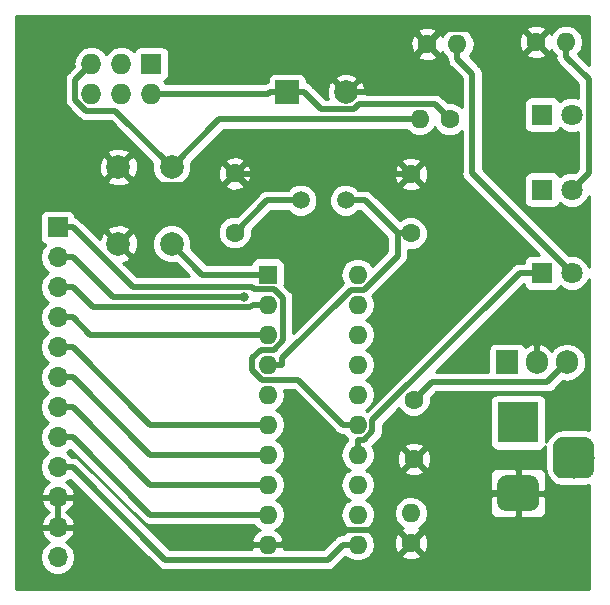
<source format=gtl>
G04 #@! TF.GenerationSoftware,KiCad,Pcbnew,5.0.2-5.fc29*
G04 #@! TF.CreationDate,2019-02-21T16:31:19+01:00*
G04 #@! TF.ProjectId,AVR Dev,41565220-4465-4762-9e6b-696361645f70,rev?*
G04 #@! TF.SameCoordinates,Original*
G04 #@! TF.FileFunction,Copper,L1,Top*
G04 #@! TF.FilePolarity,Positive*
%FSLAX46Y46*%
G04 Gerber Fmt 4.6, Leading zero omitted, Abs format (unit mm)*
G04 Created by KiCad (PCBNEW 5.0.2-5.fc29) date czw, 21 lut 2019, 16:31:19*
%MOMM*%
%LPD*%
G01*
G04 APERTURE LIST*
G04 #@! TA.AperFunction,ComponentPad*
%ADD10C,1.600000*%
G04 #@! TD*
G04 #@! TA.AperFunction,ComponentPad*
%ADD11R,2.000000X2.000000*%
G04 #@! TD*
G04 #@! TA.AperFunction,ComponentPad*
%ADD12C,2.000000*%
G04 #@! TD*
G04 #@! TA.AperFunction,ComponentPad*
%ADD13R,1.800000X1.800000*%
G04 #@! TD*
G04 #@! TA.AperFunction,ComponentPad*
%ADD14C,1.800000*%
G04 #@! TD*
G04 #@! TA.AperFunction,ComponentPad*
%ADD15R,3.500000X3.500000*%
G04 #@! TD*
G04 #@! TA.AperFunction,Conductor*
%ADD16C,0.200000*%
G04 #@! TD*
G04 #@! TA.AperFunction,ComponentPad*
%ADD17C,3.000000*%
G04 #@! TD*
G04 #@! TA.AperFunction,ComponentPad*
%ADD18C,3.500000*%
G04 #@! TD*
G04 #@! TA.AperFunction,ComponentPad*
%ADD19R,1.700000X1.700000*%
G04 #@! TD*
G04 #@! TA.AperFunction,ComponentPad*
%ADD20O,1.700000X1.700000*%
G04 #@! TD*
G04 #@! TA.AperFunction,ComponentPad*
%ADD21R,1.727200X1.727200*%
G04 #@! TD*
G04 #@! TA.AperFunction,ComponentPad*
%ADD22O,1.727200X1.727200*%
G04 #@! TD*
G04 #@! TA.AperFunction,ComponentPad*
%ADD23O,1.600000X1.600000*%
G04 #@! TD*
G04 #@! TA.AperFunction,ComponentPad*
%ADD24R,1.905000X2.000000*%
G04 #@! TD*
G04 #@! TA.AperFunction,ComponentPad*
%ADD25O,1.905000X2.000000*%
G04 #@! TD*
G04 #@! TA.AperFunction,ComponentPad*
%ADD26R,1.600000X1.600000*%
G04 #@! TD*
G04 #@! TA.AperFunction,ComponentPad*
%ADD27C,1.500000*%
G04 #@! TD*
G04 #@! TA.AperFunction,ViaPad*
%ADD28C,0.800000*%
G04 #@! TD*
G04 #@! TA.AperFunction,Conductor*
%ADD29C,0.500000*%
G04 #@! TD*
G04 #@! TA.AperFunction,Conductor*
%ADD30C,0.254000*%
G04 #@! TD*
G04 APERTURE END LIST*
D10*
G04 #@! TO.P,C1,1*
G04 #@! TO.N,VCC*
X170878000Y-80073500D03*
G04 #@! TO.P,C1,2*
G04 #@! TO.N,GND*
X170878000Y-85073500D03*
G04 #@! TD*
D11*
G04 #@! TO.P,C2,1*
G04 #@! TO.N,VCC*
X160147000Y-54038500D03*
D12*
G04 #@! TO.P,C2,2*
G04 #@! TO.N,GND*
X165147000Y-54038500D03*
G04 #@! TD*
D10*
G04 #@! TO.P,C3,1*
G04 #@! TO.N,Net-(C3-Pad1)*
X155702000Y-65913000D03*
G04 #@! TO.P,C3,2*
G04 #@! TO.N,GND*
X155702000Y-60913000D03*
G04 #@! TD*
G04 #@! TO.P,C4,2*
G04 #@! TO.N,GND*
X170624000Y-60976500D03*
G04 #@! TO.P,C4,1*
G04 #@! TO.N,Net-(C4-Pad1)*
X170624000Y-65976500D03*
G04 #@! TD*
D13*
G04 #@! TO.P,D1,1*
G04 #@! TO.N,Net-(D1-Pad1)*
X181737000Y-55943500D03*
D14*
G04 #@! TO.P,D1,2*
G04 #@! TO.N,Net-(D1-Pad2)*
X184277000Y-55943500D03*
G04 #@! TD*
G04 #@! TO.P,D2,2*
G04 #@! TO.N,Net-(D2-Pad2)*
X184277000Y-62293500D03*
D13*
G04 #@! TO.P,D2,1*
G04 #@! TO.N,Net-(D2-Pad1)*
X181737000Y-62293500D03*
G04 #@! TD*
G04 #@! TO.P,D3,1*
G04 #@! TO.N,Net-(D3-Pad1)*
X181737000Y-69342000D03*
D14*
G04 #@! TO.P,D3,2*
G04 #@! TO.N,Net-(D3-Pad2)*
X184277000Y-69342000D03*
G04 #@! TD*
D15*
G04 #@! TO.P,J1,1*
G04 #@! TO.N,Net-(J1-Pad1)*
X179705000Y-81978500D03*
D16*
G04 #@! TD*
G04 #@! TO.N,GND*
G04 #@! TO.C,J1*
G36*
X180778513Y-86482111D02*
X180851318Y-86492911D01*
X180922714Y-86510795D01*
X180992013Y-86535590D01*
X181058548Y-86567059D01*
X181121678Y-86604898D01*
X181180795Y-86648742D01*
X181235330Y-86698170D01*
X181284758Y-86752705D01*
X181328602Y-86811822D01*
X181366441Y-86874952D01*
X181397910Y-86941487D01*
X181422705Y-87010786D01*
X181440589Y-87082182D01*
X181451389Y-87154987D01*
X181455000Y-87228500D01*
X181455000Y-88728500D01*
X181451389Y-88802013D01*
X181440589Y-88874818D01*
X181422705Y-88946214D01*
X181397910Y-89015513D01*
X181366441Y-89082048D01*
X181328602Y-89145178D01*
X181284758Y-89204295D01*
X181235330Y-89258830D01*
X181180795Y-89308258D01*
X181121678Y-89352102D01*
X181058548Y-89389941D01*
X180992013Y-89421410D01*
X180922714Y-89446205D01*
X180851318Y-89464089D01*
X180778513Y-89474889D01*
X180705000Y-89478500D01*
X178705000Y-89478500D01*
X178631487Y-89474889D01*
X178558682Y-89464089D01*
X178487286Y-89446205D01*
X178417987Y-89421410D01*
X178351452Y-89389941D01*
X178288322Y-89352102D01*
X178229205Y-89308258D01*
X178174670Y-89258830D01*
X178125242Y-89204295D01*
X178081398Y-89145178D01*
X178043559Y-89082048D01*
X178012090Y-89015513D01*
X177987295Y-88946214D01*
X177969411Y-88874818D01*
X177958611Y-88802013D01*
X177955000Y-88728500D01*
X177955000Y-87228500D01*
X177958611Y-87154987D01*
X177969411Y-87082182D01*
X177987295Y-87010786D01*
X178012090Y-86941487D01*
X178043559Y-86874952D01*
X178081398Y-86811822D01*
X178125242Y-86752705D01*
X178174670Y-86698170D01*
X178229205Y-86648742D01*
X178288322Y-86604898D01*
X178351452Y-86567059D01*
X178417987Y-86535590D01*
X178487286Y-86510795D01*
X178558682Y-86492911D01*
X178631487Y-86482111D01*
X178705000Y-86478500D01*
X180705000Y-86478500D01*
X180778513Y-86482111D01*
X180778513Y-86482111D01*
G37*
D17*
G04 #@! TO.P,J1,2*
G04 #@! TO.N,GND*
X179705000Y-87978500D03*
D16*
G04 #@! TD*
G04 #@! TO.N,N/C*
G04 #@! TO.C,J1*
G36*
X185365765Y-83232713D02*
X185450704Y-83245313D01*
X185533999Y-83266177D01*
X185614848Y-83295105D01*
X185692472Y-83331819D01*
X185766124Y-83375964D01*
X185835094Y-83427116D01*
X185898718Y-83484782D01*
X185956384Y-83548406D01*
X186007536Y-83617376D01*
X186051681Y-83691028D01*
X186088395Y-83768652D01*
X186117323Y-83849501D01*
X186138187Y-83932796D01*
X186150787Y-84017735D01*
X186155000Y-84103500D01*
X186155000Y-85853500D01*
X186150787Y-85939265D01*
X186138187Y-86024204D01*
X186117323Y-86107499D01*
X186088395Y-86188348D01*
X186051681Y-86265972D01*
X186007536Y-86339624D01*
X185956384Y-86408594D01*
X185898718Y-86472218D01*
X185835094Y-86529884D01*
X185766124Y-86581036D01*
X185692472Y-86625181D01*
X185614848Y-86661895D01*
X185533999Y-86690823D01*
X185450704Y-86711687D01*
X185365765Y-86724287D01*
X185280000Y-86728500D01*
X183530000Y-86728500D01*
X183444235Y-86724287D01*
X183359296Y-86711687D01*
X183276001Y-86690823D01*
X183195152Y-86661895D01*
X183117528Y-86625181D01*
X183043876Y-86581036D01*
X182974906Y-86529884D01*
X182911282Y-86472218D01*
X182853616Y-86408594D01*
X182802464Y-86339624D01*
X182758319Y-86265972D01*
X182721605Y-86188348D01*
X182692677Y-86107499D01*
X182671813Y-86024204D01*
X182659213Y-85939265D01*
X182655000Y-85853500D01*
X182655000Y-84103500D01*
X182659213Y-84017735D01*
X182671813Y-83932796D01*
X182692677Y-83849501D01*
X182721605Y-83768652D01*
X182758319Y-83691028D01*
X182802464Y-83617376D01*
X182853616Y-83548406D01*
X182911282Y-83484782D01*
X182974906Y-83427116D01*
X183043876Y-83375964D01*
X183117528Y-83331819D01*
X183195152Y-83295105D01*
X183276001Y-83266177D01*
X183359296Y-83245313D01*
X183444235Y-83232713D01*
X183530000Y-83228500D01*
X185280000Y-83228500D01*
X185365765Y-83232713D01*
X185365765Y-83232713D01*
G37*
D18*
G04 #@! TO.P,J1,3*
G04 #@! TO.N,N/C*
X184405000Y-84978500D03*
G04 #@! TD*
D19*
G04 #@! TO.P,J2,1*
G04 #@! TO.N,Net-(J2-Pad1)*
X140716000Y-65468500D03*
D20*
G04 #@! TO.P,J2,2*
G04 #@! TO.N,Net-(J2-Pad2)*
X140716000Y-68008500D03*
G04 #@! TO.P,J2,3*
G04 #@! TO.N,Net-(J2-Pad3)*
X140716000Y-70548500D03*
G04 #@! TO.P,J2,4*
G04 #@! TO.N,Net-(J2-Pad4)*
X140716000Y-73088500D03*
G04 #@! TO.P,J2,5*
G04 #@! TO.N,Net-(J2-Pad5)*
X140716000Y-75628500D03*
G04 #@! TO.P,J2,6*
G04 #@! TO.N,Net-(J2-Pad6)*
X140716000Y-78168500D03*
G04 #@! TO.P,J2,7*
G04 #@! TO.N,Net-(J2-Pad7)*
X140716000Y-80708500D03*
G04 #@! TO.P,J2,8*
G04 #@! TO.N,Net-(J2-Pad8)*
X140716000Y-83248500D03*
G04 #@! TO.P,J2,9*
G04 #@! TO.N,Net-(J2-Pad9)*
X140716000Y-85788500D03*
G04 #@! TO.P,J2,10*
G04 #@! TO.N,GND*
X140716000Y-88328500D03*
G04 #@! TO.P,J2,11*
X140716000Y-90868500D03*
G04 #@! TO.P,J2,12*
G04 #@! TO.N,VCC*
X140716000Y-93408500D03*
G04 #@! TD*
D21*
G04 #@! TO.P,J3,1*
G04 #@! TO.N,MISO*
X148654000Y-51625500D03*
D22*
G04 #@! TO.P,J3,2*
G04 #@! TO.N,VCC*
X148654000Y-54165500D03*
G04 #@! TO.P,J3,3*
G04 #@! TO.N,SCK*
X146114000Y-51625500D03*
G04 #@! TO.P,J3,4*
G04 #@! TO.N,MOSI*
X146114000Y-54165500D03*
G04 #@! TO.P,J3,5*
G04 #@! TO.N,RST*
X143574000Y-51625500D03*
G04 #@! TO.P,J3,6*
G04 #@! TO.N,GND*
X143574000Y-54165500D03*
G04 #@! TD*
D23*
G04 #@! TO.P,R1,2*
G04 #@! TO.N,RST*
X171386000Y-56324500D03*
D10*
G04 #@! TO.P,R1,1*
G04 #@! TO.N,VCC*
X173926000Y-56324500D03*
G04 #@! TD*
G04 #@! TO.P,R2,1*
G04 #@! TO.N,GND*
X170624000Y-92202000D03*
D23*
G04 #@! TO.P,R2,2*
G04 #@! TO.N,Net-(D1-Pad2)*
X170624000Y-89662000D03*
G04 #@! TD*
D10*
G04 #@! TO.P,R3,1*
G04 #@! TO.N,GND*
X172022000Y-49974500D03*
D23*
G04 #@! TO.P,R3,2*
G04 #@! TO.N,Net-(D3-Pad2)*
X174562000Y-49974500D03*
G04 #@! TD*
G04 #@! TO.P,R4,2*
G04 #@! TO.N,Net-(D2-Pad2)*
X183769000Y-49784000D03*
D10*
G04 #@! TO.P,R4,1*
G04 #@! TO.N,GND*
X181229000Y-49784000D03*
G04 #@! TD*
D12*
G04 #@! TO.P,SW1,2*
G04 #@! TO.N,RST*
X150360000Y-66865500D03*
G04 #@! TO.P,SW1,1*
G04 #@! TO.N,GND*
X145860000Y-66865500D03*
G04 #@! TO.P,SW1,2*
G04 #@! TO.N,RST*
X150360000Y-60365500D03*
G04 #@! TO.P,SW1,1*
G04 #@! TO.N,GND*
X145860000Y-60365500D03*
G04 #@! TD*
D24*
G04 #@! TO.P,U1,1*
G04 #@! TO.N,Net-(J1-Pad1)*
X178752000Y-76898500D03*
D25*
G04 #@! TO.P,U1,2*
G04 #@! TO.N,GND*
X181292000Y-76898500D03*
G04 #@! TO.P,U1,3*
G04 #@! TO.N,VCC*
X183832000Y-76898500D03*
G04 #@! TD*
D26*
G04 #@! TO.P,U2,1*
G04 #@! TO.N,RST*
X158496000Y-69469000D03*
D23*
G04 #@! TO.P,U2,11*
G04 #@! TO.N,Net-(J2-Pad9)*
X166116000Y-92329000D03*
G04 #@! TO.P,U2,2*
G04 #@! TO.N,Net-(J2-Pad3)*
X158496000Y-72009000D03*
G04 #@! TO.P,U2,12*
G04 #@! TO.N,Net-(D1-Pad1)*
X166116000Y-89789000D03*
G04 #@! TO.P,U2,3*
G04 #@! TO.N,Net-(J2-Pad4)*
X158496000Y-74549000D03*
G04 #@! TO.P,U2,13*
G04 #@! TO.N,Net-(D2-Pad1)*
X166116000Y-87249000D03*
G04 #@! TO.P,U2,4*
G04 #@! TO.N,Net-(C4-Pad1)*
X158496000Y-77089000D03*
G04 #@! TO.P,U2,14*
G04 #@! TO.N,Net-(D3-Pad1)*
X166116000Y-84709000D03*
G04 #@! TO.P,U2,5*
G04 #@! TO.N,Net-(C3-Pad1)*
X158496000Y-79629000D03*
G04 #@! TO.P,U2,15*
G04 #@! TO.N,Net-(J2-Pad1)*
X166116000Y-82169000D03*
G04 #@! TO.P,U2,6*
G04 #@! TO.N,Net-(J2-Pad5)*
X158496000Y-82169000D03*
G04 #@! TO.P,U2,16*
G04 #@! TO.N,Net-(J2-Pad2)*
X166116000Y-79629000D03*
G04 #@! TO.P,U2,7*
G04 #@! TO.N,Net-(J2-Pad6)*
X158496000Y-84709000D03*
G04 #@! TO.P,U2,17*
G04 #@! TO.N,MOSI*
X166116000Y-77089000D03*
G04 #@! TO.P,U2,8*
G04 #@! TO.N,Net-(J2-Pad7)*
X158496000Y-87249000D03*
G04 #@! TO.P,U2,18*
G04 #@! TO.N,MISO*
X166116000Y-74549000D03*
G04 #@! TO.P,U2,9*
G04 #@! TO.N,Net-(J2-Pad8)*
X158496000Y-89789000D03*
G04 #@! TO.P,U2,19*
G04 #@! TO.N,SCK*
X166116000Y-72009000D03*
G04 #@! TO.P,U2,10*
G04 #@! TO.N,GND*
X158496000Y-92329000D03*
G04 #@! TO.P,U2,20*
G04 #@! TO.N,VCC*
X166116000Y-69469000D03*
G04 #@! TD*
D27*
G04 #@! TO.P,Y1,1*
G04 #@! TO.N,Net-(C3-Pad1)*
X161300000Y-63182500D03*
G04 #@! TO.P,Y1,2*
G04 #@! TO.N,Net-(C4-Pad1)*
X165100000Y-63182500D03*
G04 #@! TD*
D28*
G04 #@! TO.N,Net-(J2-Pad2)*
X156534600Y-71377600D03*
G04 #@! TD*
D29*
G04 #@! TO.N,VCC*
X160147000Y-54038500D02*
X158696700Y-54038500D01*
X148654000Y-54165500D02*
X158569700Y-54165500D01*
X158569700Y-54165500D02*
X158696700Y-54038500D01*
X160147000Y-54038500D02*
X161597300Y-54038500D01*
X173926000Y-56324500D02*
X172654100Y-55052600D01*
X172654100Y-55052600D02*
X166250800Y-55052600D01*
X166250800Y-55052600D02*
X165814600Y-55488800D01*
X165814600Y-55488800D02*
X163047600Y-55488800D01*
X163047600Y-55488800D02*
X161597300Y-54038500D01*
X183832000Y-76898500D02*
X182159900Y-78570600D01*
X182159900Y-78570600D02*
X172380900Y-78570600D01*
X172380900Y-78570600D02*
X170878000Y-80073500D01*
G04 #@! TO.N,GND*
X172022000Y-49974500D02*
X173286000Y-48710500D01*
X173286000Y-48710500D02*
X180155500Y-48710500D01*
X180155500Y-48710500D02*
X181229000Y-49784000D01*
X165147000Y-54038500D02*
X167958000Y-54038500D01*
X167958000Y-54038500D02*
X172022000Y-49974500D01*
X173783000Y-87978500D02*
X170878000Y-85073500D01*
X179705000Y-87978500D02*
X173783000Y-87978500D01*
X173783000Y-87978500D02*
X173783000Y-89043000D01*
X173783000Y-89043000D02*
X170624000Y-92202000D01*
X159746300Y-92329000D02*
X161016300Y-91059000D01*
X161016300Y-91059000D02*
X169481000Y-91059000D01*
X169481000Y-91059000D02*
X170624000Y-92202000D01*
X145860000Y-60365500D02*
X147343000Y-61848500D01*
X147343000Y-61848500D02*
X154766500Y-61848500D01*
X154766500Y-61848500D02*
X155702000Y-60913000D01*
X170624000Y-60976500D02*
X155765500Y-60976500D01*
X155765500Y-60976500D02*
X155702000Y-60913000D01*
X158496000Y-92329000D02*
X159746300Y-92329000D01*
G04 #@! TO.N,Net-(C3-Pad1)*
X161300000Y-63182500D02*
X158432500Y-63182500D01*
X158432500Y-63182500D02*
X155702000Y-65913000D01*
G04 #@! TO.N,Net-(C4-Pad1)*
X169505800Y-65976500D02*
X169505800Y-67867400D01*
X169505800Y-67867400D02*
X166634200Y-70739000D01*
X166634200Y-70739000D02*
X165556600Y-70739000D01*
X165556600Y-70739000D02*
X159746300Y-76549300D01*
X159746300Y-76549300D02*
X159746300Y-77089000D01*
X165100000Y-63182500D02*
X166711800Y-63182500D01*
X166711800Y-63182500D02*
X169505800Y-65976500D01*
X169505800Y-65976500D02*
X170624000Y-65976500D01*
X158496000Y-77089000D02*
X159746300Y-77089000D01*
G04 #@! TO.N,Net-(D2-Pad2)*
X183769000Y-49784000D02*
X183769000Y-51034300D01*
X183769000Y-51034300D02*
X185678200Y-52943500D01*
X185678200Y-52943500D02*
X185678200Y-60892300D01*
X185678200Y-60892300D02*
X184277000Y-62293500D01*
G04 #@! TO.N,Net-(D3-Pad1)*
X166116000Y-84709000D02*
X166116000Y-83458700D01*
X166116000Y-83458700D02*
X166663100Y-83458700D01*
X166663100Y-83458700D02*
X167366300Y-82755500D01*
X167366300Y-82755500D02*
X167366300Y-81816900D01*
X167366300Y-81816900D02*
X179841200Y-69342000D01*
X179841200Y-69342000D02*
X181737000Y-69342000D01*
G04 #@! TO.N,Net-(D3-Pad2)*
X174562000Y-49974500D02*
X174562000Y-51224800D01*
X174562000Y-51224800D02*
X175812300Y-52475100D01*
X175812300Y-52475100D02*
X175812300Y-60877300D01*
X175812300Y-60877300D02*
X184277000Y-69342000D01*
G04 #@! TO.N,Net-(J2-Pad1)*
X164865700Y-82169000D02*
X161075400Y-78378700D01*
X161075400Y-78378700D02*
X157981800Y-78378700D01*
X157981800Y-78378700D02*
X157186300Y-77583200D01*
X157186300Y-77583200D02*
X157186300Y-76532400D01*
X157186300Y-76532400D02*
X157899700Y-75819000D01*
X157899700Y-75819000D02*
X158996200Y-75819000D01*
X158996200Y-75819000D02*
X159779700Y-75035500D01*
X159779700Y-75035500D02*
X159779700Y-71469400D01*
X159779700Y-71469400D02*
X159029800Y-70719500D01*
X159029800Y-70719500D02*
X157381900Y-70719500D01*
X157381900Y-70719500D02*
X157176300Y-70513900D01*
X157176300Y-70513900D02*
X147061700Y-70513900D01*
X147061700Y-70513900D02*
X142016300Y-65468500D01*
X140716000Y-65468500D02*
X142016300Y-65468500D01*
X166116000Y-82169000D02*
X164865700Y-82169000D01*
G04 #@! TO.N,Net-(J2-Pad2)*
X140716000Y-68008500D02*
X142016300Y-68008500D01*
X156534600Y-71377600D02*
X145385400Y-71377600D01*
X145385400Y-71377600D02*
X142016300Y-68008500D01*
G04 #@! TO.N,Net-(J2-Pad3)*
X158496000Y-72009000D02*
X157245700Y-72009000D01*
X142016300Y-70548500D02*
X143695700Y-72227900D01*
X143695700Y-72227900D02*
X157026800Y-72227900D01*
X157026800Y-72227900D02*
X157245700Y-72009000D01*
X140716000Y-70548500D02*
X142016300Y-70548500D01*
G04 #@! TO.N,Net-(J2-Pad4)*
X158496000Y-74549000D02*
X143476800Y-74549000D01*
X143476800Y-74549000D02*
X142016300Y-73088500D01*
X140716000Y-73088500D02*
X142016300Y-73088500D01*
G04 #@! TO.N,Net-(J2-Pad5)*
X142016300Y-75628500D02*
X148556800Y-82169000D01*
X148556800Y-82169000D02*
X158496000Y-82169000D01*
X140716000Y-75628500D02*
X142016300Y-75628500D01*
G04 #@! TO.N,Net-(J2-Pad6)*
X140716000Y-78168500D02*
X142016300Y-78168500D01*
X158496000Y-84709000D02*
X148556800Y-84709000D01*
X148556800Y-84709000D02*
X142016300Y-78168500D01*
G04 #@! TO.N,Net-(J2-Pad7)*
X140716000Y-80708500D02*
X142016300Y-80708500D01*
X158496000Y-87249000D02*
X148556800Y-87249000D01*
X148556800Y-87249000D02*
X142016300Y-80708500D01*
G04 #@! TO.N,Net-(J2-Pad8)*
X158496000Y-89789000D02*
X148556800Y-89789000D01*
X148556800Y-89789000D02*
X142016300Y-83248500D01*
X140716000Y-83248500D02*
X142016300Y-83248500D01*
G04 #@! TO.N,Net-(J2-Pad9)*
X140716000Y-85788500D02*
X142016300Y-85788500D01*
X166116000Y-92329000D02*
X164865700Y-92329000D01*
X164865700Y-92329000D02*
X163583200Y-93611500D01*
X163583200Y-93611500D02*
X149839300Y-93611500D01*
X149839300Y-93611500D02*
X142016300Y-85788500D01*
G04 #@! TO.N,RST*
X150360000Y-66865500D02*
X152963500Y-69469000D01*
X152963500Y-69469000D02*
X158496000Y-69469000D01*
X171386000Y-56324500D02*
X154401000Y-56324500D01*
X154401000Y-56324500D02*
X150360000Y-60365500D01*
X150360000Y-60365500D02*
X145608400Y-55613900D01*
X145608400Y-55613900D02*
X143143500Y-55613900D01*
X143143500Y-55613900D02*
X142217900Y-54688300D01*
X142217900Y-54688300D02*
X142217900Y-52981600D01*
X142217900Y-52981600D02*
X143574000Y-51625500D01*
G04 #@! TD*
D30*
G04 #@! TO.N,GND*
G36*
X185726501Y-51740222D02*
X184804089Y-50817811D01*
X185120740Y-50343909D01*
X185232113Y-49784000D01*
X185120740Y-49224091D01*
X184803577Y-48749423D01*
X184328909Y-48432260D01*
X183910333Y-48349000D01*
X183627667Y-48349000D01*
X183209091Y-48432260D01*
X182734423Y-48749423D01*
X182507389Y-49089203D01*
X182482864Y-49029995D01*
X182236745Y-48955861D01*
X181408605Y-49784000D01*
X182236745Y-50612139D01*
X182482864Y-50538005D01*
X182505280Y-50475641D01*
X182734423Y-50818577D01*
X182884001Y-50918522D01*
X182884001Y-50947135D01*
X182866663Y-51034300D01*
X182935348Y-51379609D01*
X183081576Y-51598454D01*
X183081578Y-51598456D01*
X183130952Y-51672349D01*
X183204845Y-51721723D01*
X184793200Y-53310079D01*
X184793200Y-54495845D01*
X184582330Y-54408500D01*
X183971670Y-54408500D01*
X183407493Y-54642190D01*
X183238275Y-54811408D01*
X183235157Y-54795735D01*
X183094809Y-54585691D01*
X182884765Y-54445343D01*
X182637000Y-54396060D01*
X180837000Y-54396060D01*
X180589235Y-54445343D01*
X180379191Y-54585691D01*
X180238843Y-54795735D01*
X180189560Y-55043500D01*
X180189560Y-56843500D01*
X180238843Y-57091265D01*
X180379191Y-57301309D01*
X180589235Y-57441657D01*
X180837000Y-57490940D01*
X182637000Y-57490940D01*
X182884765Y-57441657D01*
X183094809Y-57301309D01*
X183235157Y-57091265D01*
X183238275Y-57075592D01*
X183407493Y-57244810D01*
X183971670Y-57478500D01*
X184582330Y-57478500D01*
X184793201Y-57391154D01*
X184793201Y-60525720D01*
X184560421Y-60758500D01*
X183971670Y-60758500D01*
X183407493Y-60992190D01*
X183238275Y-61161408D01*
X183235157Y-61145735D01*
X183094809Y-60935691D01*
X182884765Y-60795343D01*
X182637000Y-60746060D01*
X180837000Y-60746060D01*
X180589235Y-60795343D01*
X180379191Y-60935691D01*
X180238843Y-61145735D01*
X180189560Y-61393500D01*
X180189560Y-63193500D01*
X180238843Y-63441265D01*
X180379191Y-63651309D01*
X180589235Y-63791657D01*
X180837000Y-63840940D01*
X182637000Y-63840940D01*
X182884765Y-63791657D01*
X183094809Y-63651309D01*
X183235157Y-63441265D01*
X183238275Y-63425592D01*
X183407493Y-63594810D01*
X183971670Y-63828500D01*
X184582330Y-63828500D01*
X185146507Y-63594810D01*
X185578310Y-63163007D01*
X185726501Y-62805243D01*
X185726501Y-68830256D01*
X185578310Y-68472493D01*
X185146507Y-68040690D01*
X184582330Y-67807000D01*
X183993579Y-67807000D01*
X176697300Y-60510722D01*
X176697300Y-52562259D01*
X176714637Y-52475099D01*
X176697300Y-52387939D01*
X176697300Y-52387935D01*
X176645952Y-52129790D01*
X176573915Y-52021980D01*
X176499724Y-51910945D01*
X176499723Y-51910944D01*
X176450349Y-51837051D01*
X176376456Y-51787677D01*
X175597089Y-51008311D01*
X175741793Y-50791745D01*
X180400861Y-50791745D01*
X180474995Y-51037864D01*
X181012223Y-51230965D01*
X181582454Y-51203778D01*
X181983005Y-51037864D01*
X182057139Y-50791745D01*
X181229000Y-49963605D01*
X180400861Y-50791745D01*
X175741793Y-50791745D01*
X175913740Y-50534409D01*
X176025113Y-49974500D01*
X175944101Y-49567223D01*
X179782035Y-49567223D01*
X179809222Y-50137454D01*
X179975136Y-50538005D01*
X180221255Y-50612139D01*
X181049395Y-49784000D01*
X180221255Y-48955861D01*
X179975136Y-49029995D01*
X179782035Y-49567223D01*
X175944101Y-49567223D01*
X175913740Y-49414591D01*
X175596577Y-48939923D01*
X175351631Y-48776255D01*
X180400861Y-48776255D01*
X181229000Y-49604395D01*
X182057139Y-48776255D01*
X181983005Y-48530136D01*
X181445777Y-48337035D01*
X180875546Y-48364222D01*
X180474995Y-48530136D01*
X180400861Y-48776255D01*
X175351631Y-48776255D01*
X175121909Y-48622760D01*
X174703333Y-48539500D01*
X174420667Y-48539500D01*
X174002091Y-48622760D01*
X173527423Y-48939923D01*
X173300389Y-49279703D01*
X173275864Y-49220495D01*
X173029745Y-49146361D01*
X172201605Y-49974500D01*
X173029745Y-50802639D01*
X173275864Y-50728505D01*
X173298280Y-50666141D01*
X173527423Y-51009077D01*
X173677001Y-51109022D01*
X173677001Y-51137635D01*
X173659663Y-51224800D01*
X173728348Y-51570109D01*
X173874576Y-51788954D01*
X173874578Y-51788956D01*
X173923952Y-51862849D01*
X173997845Y-51912223D01*
X174927300Y-52841679D01*
X174927300Y-55296404D01*
X174738862Y-55107966D01*
X174211439Y-54889500D01*
X173742578Y-54889500D01*
X173341525Y-54488447D01*
X173292149Y-54414551D01*
X172999410Y-54218948D01*
X172741265Y-54167600D01*
X172741261Y-54167600D01*
X172654100Y-54150263D01*
X172566939Y-54167600D01*
X166787896Y-54167600D01*
X166768856Y-53653040D01*
X166566387Y-53164236D01*
X166299532Y-53065573D01*
X165326605Y-54038500D01*
X165340748Y-54052643D01*
X165161143Y-54232248D01*
X165147000Y-54218105D01*
X165132858Y-54232248D01*
X164953253Y-54052643D01*
X164967395Y-54038500D01*
X163994468Y-53065573D01*
X163727613Y-53164236D01*
X163501092Y-53773961D01*
X163525144Y-54423960D01*
X163599636Y-54603800D01*
X163414179Y-54603800D01*
X162284725Y-53474347D01*
X162235349Y-53400451D01*
X161942610Y-53204848D01*
X161794440Y-53175375D01*
X161794440Y-53038500D01*
X161764100Y-52885968D01*
X164174073Y-52885968D01*
X165147000Y-53858895D01*
X166119927Y-52885968D01*
X166021264Y-52619113D01*
X165411539Y-52392592D01*
X164761540Y-52416644D01*
X164272736Y-52619113D01*
X164174073Y-52885968D01*
X161764100Y-52885968D01*
X161745157Y-52790735D01*
X161604809Y-52580691D01*
X161394765Y-52440343D01*
X161147000Y-52391060D01*
X159147000Y-52391060D01*
X158899235Y-52440343D01*
X158689191Y-52580691D01*
X158548843Y-52790735D01*
X158499560Y-53038500D01*
X158499560Y-53175375D01*
X158351390Y-53204848D01*
X158238169Y-53280500D01*
X149865012Y-53280500D01*
X149739349Y-53092432D01*
X149765365Y-53087257D01*
X149975409Y-52946909D01*
X150115757Y-52736865D01*
X150165040Y-52489100D01*
X150165040Y-50982245D01*
X171193861Y-50982245D01*
X171267995Y-51228364D01*
X171805223Y-51421465D01*
X172375454Y-51394278D01*
X172776005Y-51228364D01*
X172850139Y-50982245D01*
X172022000Y-50154105D01*
X171193861Y-50982245D01*
X150165040Y-50982245D01*
X150165040Y-50761900D01*
X150115757Y-50514135D01*
X149975409Y-50304091D01*
X149765365Y-50163743D01*
X149517600Y-50114460D01*
X147790400Y-50114460D01*
X147542635Y-50163743D01*
X147332591Y-50304091D01*
X147192243Y-50514135D01*
X147187068Y-50540151D01*
X146698725Y-50213850D01*
X146261598Y-50126900D01*
X145966402Y-50126900D01*
X145529275Y-50213850D01*
X145033570Y-50545070D01*
X144844000Y-50828781D01*
X144654430Y-50545070D01*
X144158725Y-50213850D01*
X143721598Y-50126900D01*
X143426402Y-50126900D01*
X142989275Y-50213850D01*
X142493570Y-50545070D01*
X142162350Y-51040775D01*
X142046041Y-51625500D01*
X142091895Y-51856026D01*
X141653745Y-52294177D01*
X141579852Y-52343551D01*
X141530478Y-52417444D01*
X141530476Y-52417446D01*
X141384248Y-52636291D01*
X141315563Y-52981600D01*
X141332901Y-53068765D01*
X141332900Y-54601139D01*
X141315563Y-54688300D01*
X141332900Y-54775461D01*
X141332900Y-54775464D01*
X141384248Y-55033609D01*
X141579851Y-55326349D01*
X141653747Y-55375725D01*
X142456077Y-56178056D01*
X142505451Y-56251949D01*
X142579344Y-56301323D01*
X142579345Y-56301324D01*
X142614032Y-56324501D01*
X142798190Y-56447552D01*
X143056335Y-56498900D01*
X143056340Y-56498900D01*
X143143499Y-56516237D01*
X143230659Y-56498900D01*
X145241822Y-56498900D01*
X148742046Y-59999125D01*
X148725000Y-60040278D01*
X148725000Y-60690722D01*
X148973914Y-61291653D01*
X149433847Y-61751586D01*
X150034778Y-62000500D01*
X150685222Y-62000500D01*
X150877767Y-61920745D01*
X154873861Y-61920745D01*
X154947995Y-62166864D01*
X155485223Y-62359965D01*
X156055454Y-62332778D01*
X156456005Y-62166864D01*
X156530139Y-61920745D01*
X155702000Y-61092605D01*
X154873861Y-61920745D01*
X150877767Y-61920745D01*
X151286153Y-61751586D01*
X151746086Y-61291653D01*
X151992721Y-60696223D01*
X154255035Y-60696223D01*
X154282222Y-61266454D01*
X154448136Y-61667005D01*
X154694255Y-61741139D01*
X155522395Y-60913000D01*
X155881605Y-60913000D01*
X156709745Y-61741139D01*
X156955864Y-61667005D01*
X157148965Y-61129777D01*
X157131322Y-60759723D01*
X169177035Y-60759723D01*
X169204222Y-61329954D01*
X169370136Y-61730505D01*
X169616255Y-61804639D01*
X170444395Y-60976500D01*
X170803605Y-60976500D01*
X171631745Y-61804639D01*
X171877864Y-61730505D01*
X172070965Y-61193277D01*
X172043778Y-60623046D01*
X171877864Y-60222495D01*
X171631745Y-60148361D01*
X170803605Y-60976500D01*
X170444395Y-60976500D01*
X169616255Y-60148361D01*
X169370136Y-60222495D01*
X169177035Y-60759723D01*
X157131322Y-60759723D01*
X157121778Y-60559546D01*
X156955864Y-60158995D01*
X156709745Y-60084861D01*
X155881605Y-60913000D01*
X155522395Y-60913000D01*
X154694255Y-60084861D01*
X154448136Y-60158995D01*
X154255035Y-60696223D01*
X151992721Y-60696223D01*
X151995000Y-60690722D01*
X151995000Y-60040278D01*
X151977954Y-59999125D01*
X152071824Y-59905255D01*
X154873861Y-59905255D01*
X155702000Y-60733395D01*
X156466639Y-59968755D01*
X169795861Y-59968755D01*
X170624000Y-60796895D01*
X171452139Y-59968755D01*
X171378005Y-59722636D01*
X170840777Y-59529535D01*
X170270546Y-59556722D01*
X169869995Y-59722636D01*
X169795861Y-59968755D01*
X156466639Y-59968755D01*
X156530139Y-59905255D01*
X156456005Y-59659136D01*
X155918777Y-59466035D01*
X155348546Y-59493222D01*
X154947995Y-59659136D01*
X154873861Y-59905255D01*
X152071824Y-59905255D01*
X154767579Y-57209500D01*
X170251479Y-57209500D01*
X170351423Y-57359077D01*
X170826091Y-57676240D01*
X171244667Y-57759500D01*
X171527333Y-57759500D01*
X171945909Y-57676240D01*
X172420577Y-57359077D01*
X172655606Y-57007332D01*
X172709466Y-57137362D01*
X173113138Y-57541034D01*
X173640561Y-57759500D01*
X174211439Y-57759500D01*
X174738862Y-57541034D01*
X174927301Y-57352595D01*
X174927301Y-60790135D01*
X174909963Y-60877300D01*
X174978648Y-61222609D01*
X175124876Y-61441454D01*
X175124878Y-61441456D01*
X175174252Y-61515349D01*
X175248145Y-61564723D01*
X181477981Y-67794560D01*
X180837000Y-67794560D01*
X180589235Y-67843843D01*
X180379191Y-67984191D01*
X180238843Y-68194235D01*
X180189560Y-68442000D01*
X180189560Y-68457000D01*
X179928361Y-68457000D01*
X179841200Y-68439663D01*
X179754039Y-68457000D01*
X179754035Y-68457000D01*
X179495890Y-68508348D01*
X179277045Y-68654576D01*
X179277044Y-68654577D01*
X179203151Y-68703951D01*
X179153777Y-68777844D01*
X166938742Y-80992880D01*
X166798242Y-80899000D01*
X167150577Y-80663577D01*
X167467740Y-80188909D01*
X167579113Y-79629000D01*
X167467740Y-79069091D01*
X167150577Y-78594423D01*
X166798242Y-78359000D01*
X167150577Y-78123577D01*
X167467740Y-77648909D01*
X167579113Y-77089000D01*
X167467740Y-76529091D01*
X167150577Y-76054423D01*
X166798242Y-75819000D01*
X167150577Y-75583577D01*
X167467740Y-75108909D01*
X167579113Y-74549000D01*
X167467740Y-73989091D01*
X167150577Y-73514423D01*
X166798242Y-73279000D01*
X167150577Y-73043577D01*
X167467740Y-72568909D01*
X167579113Y-72009000D01*
X167467740Y-71449091D01*
X167350760Y-71274018D01*
X170069956Y-68554823D01*
X170143849Y-68505449D01*
X170200120Y-68421235D01*
X170339452Y-68212710D01*
X170367671Y-68070843D01*
X170390800Y-67954565D01*
X170390800Y-67954561D01*
X170408137Y-67867400D01*
X170390800Y-67780239D01*
X170390800Y-67411500D01*
X170909439Y-67411500D01*
X171436862Y-67193034D01*
X171840534Y-66789362D01*
X172059000Y-66261939D01*
X172059000Y-65691061D01*
X171840534Y-65163638D01*
X171436862Y-64759966D01*
X170909439Y-64541500D01*
X170338561Y-64541500D01*
X169811138Y-64759966D01*
X169675991Y-64895113D01*
X167399225Y-62618347D01*
X167349849Y-62544451D01*
X167057110Y-62348848D01*
X166798965Y-62297500D01*
X166798961Y-62297500D01*
X166711800Y-62280163D01*
X166624639Y-62297500D01*
X166173687Y-62297500D01*
X165884540Y-62008353D01*
X165826338Y-61984245D01*
X169795861Y-61984245D01*
X169869995Y-62230364D01*
X170407223Y-62423465D01*
X170977454Y-62396278D01*
X171378005Y-62230364D01*
X171452139Y-61984245D01*
X170624000Y-61156105D01*
X169795861Y-61984245D01*
X165826338Y-61984245D01*
X165375494Y-61797500D01*
X164824506Y-61797500D01*
X164315460Y-62008353D01*
X163925853Y-62397960D01*
X163715000Y-62907006D01*
X163715000Y-63457994D01*
X163925853Y-63967040D01*
X164315460Y-64356647D01*
X164824506Y-64567500D01*
X165375494Y-64567500D01*
X165884540Y-64356647D01*
X166173687Y-64067500D01*
X166345222Y-64067500D01*
X168620800Y-66343079D01*
X168620801Y-67500820D01*
X167365517Y-68756104D01*
X167150577Y-68434423D01*
X166675909Y-68117260D01*
X166257333Y-68034000D01*
X165974667Y-68034000D01*
X165556091Y-68117260D01*
X165081423Y-68434423D01*
X164764260Y-68909091D01*
X164652887Y-69469000D01*
X164764260Y-70028909D01*
X164864737Y-70179284D01*
X160664700Y-74379322D01*
X160664700Y-71556561D01*
X160682037Y-71469400D01*
X160664700Y-71382239D01*
X160664700Y-71382235D01*
X160613352Y-71124090D01*
X160573742Y-71064810D01*
X160467124Y-70905245D01*
X160467123Y-70905244D01*
X160417749Y-70831351D01*
X160343856Y-70781977D01*
X159924765Y-70362887D01*
X159943440Y-70269000D01*
X159943440Y-68669000D01*
X159894157Y-68421235D01*
X159753809Y-68211191D01*
X159543765Y-68070843D01*
X159296000Y-68021560D01*
X157696000Y-68021560D01*
X157448235Y-68070843D01*
X157238191Y-68211191D01*
X157097843Y-68421235D01*
X157065467Y-68584000D01*
X153330079Y-68584000D01*
X151977954Y-67231875D01*
X151995000Y-67190722D01*
X151995000Y-66540278D01*
X151746086Y-65939347D01*
X151434300Y-65627561D01*
X154267000Y-65627561D01*
X154267000Y-66198439D01*
X154485466Y-66725862D01*
X154889138Y-67129534D01*
X155416561Y-67348000D01*
X155987439Y-67348000D01*
X156514862Y-67129534D01*
X156918534Y-66725862D01*
X157137000Y-66198439D01*
X157137000Y-65729578D01*
X158799079Y-64067500D01*
X160226313Y-64067500D01*
X160515460Y-64356647D01*
X161024506Y-64567500D01*
X161575494Y-64567500D01*
X162084540Y-64356647D01*
X162474147Y-63967040D01*
X162685000Y-63457994D01*
X162685000Y-62907006D01*
X162474147Y-62397960D01*
X162084540Y-62008353D01*
X161575494Y-61797500D01*
X161024506Y-61797500D01*
X160515460Y-62008353D01*
X160226313Y-62297500D01*
X158519659Y-62297500D01*
X158432499Y-62280163D01*
X158345339Y-62297500D01*
X158345335Y-62297500D01*
X158087190Y-62348848D01*
X158013689Y-62397960D01*
X157868345Y-62495076D01*
X157868344Y-62495077D01*
X157794451Y-62544451D01*
X157745077Y-62618344D01*
X155885422Y-64478000D01*
X155416561Y-64478000D01*
X154889138Y-64696466D01*
X154485466Y-65100138D01*
X154267000Y-65627561D01*
X151434300Y-65627561D01*
X151286153Y-65479414D01*
X150685222Y-65230500D01*
X150034778Y-65230500D01*
X149433847Y-65479414D01*
X148973914Y-65939347D01*
X148725000Y-66540278D01*
X148725000Y-67190722D01*
X148973914Y-67791653D01*
X149433847Y-68251586D01*
X150034778Y-68500500D01*
X150685222Y-68500500D01*
X150726375Y-68483454D01*
X151871821Y-69628900D01*
X147428279Y-69628900D01*
X146274646Y-68475267D01*
X146734264Y-68284887D01*
X146832927Y-68018032D01*
X145860000Y-67045105D01*
X145845858Y-67059248D01*
X145666253Y-66879643D01*
X145680395Y-66865500D01*
X146039605Y-66865500D01*
X147012532Y-67838427D01*
X147279387Y-67739764D01*
X147505908Y-67130039D01*
X147481856Y-66480040D01*
X147279387Y-65991236D01*
X147012532Y-65892573D01*
X146039605Y-66865500D01*
X145680395Y-66865500D01*
X144707468Y-65892573D01*
X144440613Y-65991236D01*
X144264542Y-66465164D01*
X143512346Y-65712968D01*
X144887073Y-65712968D01*
X145860000Y-66685895D01*
X146832927Y-65712968D01*
X146734264Y-65446113D01*
X146124539Y-65219592D01*
X145474540Y-65243644D01*
X144985736Y-65446113D01*
X144887073Y-65712968D01*
X143512346Y-65712968D01*
X142703725Y-64904347D01*
X142654349Y-64830451D01*
X142361610Y-64634848D01*
X142210722Y-64604835D01*
X142164157Y-64370735D01*
X142023809Y-64160691D01*
X141813765Y-64020343D01*
X141566000Y-63971060D01*
X139866000Y-63971060D01*
X139618235Y-64020343D01*
X139408191Y-64160691D01*
X139267843Y-64370735D01*
X139218560Y-64618500D01*
X139218560Y-66318500D01*
X139267843Y-66566265D01*
X139408191Y-66776309D01*
X139618235Y-66916657D01*
X139663619Y-66925684D01*
X139645375Y-66937875D01*
X139317161Y-67429082D01*
X139201908Y-68008500D01*
X139317161Y-68587918D01*
X139645375Y-69079125D01*
X139943761Y-69278500D01*
X139645375Y-69477875D01*
X139317161Y-69969082D01*
X139201908Y-70548500D01*
X139317161Y-71127918D01*
X139645375Y-71619125D01*
X139943761Y-71818500D01*
X139645375Y-72017875D01*
X139317161Y-72509082D01*
X139201908Y-73088500D01*
X139317161Y-73667918D01*
X139645375Y-74159125D01*
X139943761Y-74358500D01*
X139645375Y-74557875D01*
X139317161Y-75049082D01*
X139201908Y-75628500D01*
X139317161Y-76207918D01*
X139645375Y-76699125D01*
X139943761Y-76898500D01*
X139645375Y-77097875D01*
X139317161Y-77589082D01*
X139201908Y-78168500D01*
X139317161Y-78747918D01*
X139645375Y-79239125D01*
X139943761Y-79438500D01*
X139645375Y-79637875D01*
X139317161Y-80129082D01*
X139201908Y-80708500D01*
X139317161Y-81287918D01*
X139645375Y-81779125D01*
X139943761Y-81978500D01*
X139645375Y-82177875D01*
X139317161Y-82669082D01*
X139201908Y-83248500D01*
X139317161Y-83827918D01*
X139645375Y-84319125D01*
X139943761Y-84518500D01*
X139645375Y-84717875D01*
X139317161Y-85209082D01*
X139201908Y-85788500D01*
X139317161Y-86367918D01*
X139645375Y-86859125D01*
X139964478Y-87072343D01*
X139834642Y-87133317D01*
X139444355Y-87561576D01*
X139274524Y-87971610D01*
X139395845Y-88201500D01*
X140589000Y-88201500D01*
X140589000Y-88181500D01*
X140843000Y-88181500D01*
X140843000Y-88201500D01*
X142036155Y-88201500D01*
X142157476Y-87971610D01*
X141987645Y-87561576D01*
X141597358Y-87133317D01*
X141467522Y-87072343D01*
X141786625Y-86859125D01*
X141806140Y-86829918D01*
X149151877Y-94175656D01*
X149201251Y-94249549D01*
X149275144Y-94298923D01*
X149275145Y-94298924D01*
X149493990Y-94445152D01*
X149752135Y-94496500D01*
X149752139Y-94496500D01*
X149839300Y-94513837D01*
X149926461Y-94496500D01*
X163496039Y-94496500D01*
X163583200Y-94513837D01*
X163670361Y-94496500D01*
X163670365Y-94496500D01*
X163928510Y-94445152D01*
X164221249Y-94249549D01*
X164270625Y-94175653D01*
X165082190Y-93364089D01*
X165556091Y-93680740D01*
X165974667Y-93764000D01*
X166257333Y-93764000D01*
X166675909Y-93680740D01*
X167150577Y-93363577D01*
X167253364Y-93209745D01*
X169795861Y-93209745D01*
X169869995Y-93455864D01*
X170407223Y-93648965D01*
X170977454Y-93621778D01*
X171378005Y-93455864D01*
X171452139Y-93209745D01*
X170624000Y-92381605D01*
X169795861Y-93209745D01*
X167253364Y-93209745D01*
X167467740Y-92888909D01*
X167579113Y-92329000D01*
X167510732Y-91985223D01*
X169177035Y-91985223D01*
X169204222Y-92555454D01*
X169370136Y-92956005D01*
X169616255Y-93030139D01*
X170444395Y-92202000D01*
X170803605Y-92202000D01*
X171631745Y-93030139D01*
X171877864Y-92956005D01*
X172070965Y-92418777D01*
X172043778Y-91848546D01*
X171877864Y-91447995D01*
X171631745Y-91373861D01*
X170803605Y-92202000D01*
X170444395Y-92202000D01*
X169616255Y-91373861D01*
X169370136Y-91447995D01*
X169177035Y-91985223D01*
X167510732Y-91985223D01*
X167467740Y-91769091D01*
X167150577Y-91294423D01*
X166798242Y-91059000D01*
X167150577Y-90823577D01*
X167467740Y-90348909D01*
X167579113Y-89789000D01*
X167553852Y-89662000D01*
X169160887Y-89662000D01*
X169272260Y-90221909D01*
X169589423Y-90696577D01*
X169929203Y-90923611D01*
X169869995Y-90948136D01*
X169795861Y-91194255D01*
X170624000Y-92022395D01*
X171452139Y-91194255D01*
X171378005Y-90948136D01*
X171315641Y-90925720D01*
X171658577Y-90696577D01*
X171975740Y-90221909D01*
X172087113Y-89662000D01*
X171975740Y-89102091D01*
X171658577Y-88627423D01*
X171183909Y-88310260D01*
X170952602Y-88264250D01*
X177320000Y-88264250D01*
X177320000Y-89604809D01*
X177416673Y-89838198D01*
X177595301Y-90016827D01*
X177828690Y-90113500D01*
X179419250Y-90113500D01*
X179578000Y-89954750D01*
X179578000Y-88105500D01*
X179832000Y-88105500D01*
X179832000Y-89954750D01*
X179990750Y-90113500D01*
X181581310Y-90113500D01*
X181814699Y-90016827D01*
X181993327Y-89838198D01*
X182090000Y-89604809D01*
X182090000Y-88264250D01*
X181931250Y-88105500D01*
X179832000Y-88105500D01*
X179578000Y-88105500D01*
X177478750Y-88105500D01*
X177320000Y-88264250D01*
X170952602Y-88264250D01*
X170765333Y-88227000D01*
X170482667Y-88227000D01*
X170064091Y-88310260D01*
X169589423Y-88627423D01*
X169272260Y-89102091D01*
X169160887Y-89662000D01*
X167553852Y-89662000D01*
X167467740Y-89229091D01*
X167150577Y-88754423D01*
X166798242Y-88519000D01*
X167150577Y-88283577D01*
X167467740Y-87808909D01*
X167579113Y-87249000D01*
X167467740Y-86689091D01*
X167150577Y-86214423D01*
X166951263Y-86081245D01*
X170049861Y-86081245D01*
X170123995Y-86327364D01*
X170661223Y-86520465D01*
X171231454Y-86493278D01*
X171572067Y-86352191D01*
X177320000Y-86352191D01*
X177320000Y-87692750D01*
X177478750Y-87851500D01*
X179578000Y-87851500D01*
X179578000Y-86002250D01*
X179832000Y-86002250D01*
X179832000Y-87851500D01*
X181931250Y-87851500D01*
X182090000Y-87692750D01*
X182090000Y-86352191D01*
X181993327Y-86118802D01*
X181814699Y-85940173D01*
X181581310Y-85843500D01*
X179990750Y-85843500D01*
X179832000Y-86002250D01*
X179578000Y-86002250D01*
X179419250Y-85843500D01*
X177828690Y-85843500D01*
X177595301Y-85940173D01*
X177416673Y-86118802D01*
X177320000Y-86352191D01*
X171572067Y-86352191D01*
X171632005Y-86327364D01*
X171706139Y-86081245D01*
X170878000Y-85253105D01*
X170049861Y-86081245D01*
X166951263Y-86081245D01*
X166798242Y-85979000D01*
X167150577Y-85743577D01*
X167467740Y-85268909D01*
X167549729Y-84856723D01*
X169431035Y-84856723D01*
X169458222Y-85426954D01*
X169624136Y-85827505D01*
X169870255Y-85901639D01*
X170698395Y-85073500D01*
X171057605Y-85073500D01*
X171885745Y-85901639D01*
X172131864Y-85827505D01*
X172324965Y-85290277D01*
X172297778Y-84720046D01*
X172131864Y-84319495D01*
X171885745Y-84245361D01*
X171057605Y-85073500D01*
X170698395Y-85073500D01*
X169870255Y-84245361D01*
X169624136Y-84319495D01*
X169431035Y-84856723D01*
X167549729Y-84856723D01*
X167579113Y-84709000D01*
X167467740Y-84149091D01*
X167412057Y-84065755D01*
X170049861Y-84065755D01*
X170878000Y-84893895D01*
X171706139Y-84065755D01*
X171632005Y-83819636D01*
X171094777Y-83626535D01*
X170524546Y-83653722D01*
X170123995Y-83819636D01*
X170049861Y-84065755D01*
X167412057Y-84065755D01*
X167370226Y-84003152D01*
X167930456Y-83442923D01*
X168004349Y-83393549D01*
X168199952Y-83100810D01*
X168251300Y-82842665D01*
X168251300Y-82842661D01*
X168268637Y-82755500D01*
X168251300Y-82668339D01*
X168251300Y-82183478D01*
X169628354Y-80806424D01*
X169661466Y-80886362D01*
X170065138Y-81290034D01*
X170592561Y-81508500D01*
X171163439Y-81508500D01*
X171690862Y-81290034D01*
X172094534Y-80886362D01*
X172313000Y-80358939D01*
X172313000Y-79890079D01*
X172747479Y-79455600D01*
X182072739Y-79455600D01*
X182159900Y-79472937D01*
X182247061Y-79455600D01*
X182247065Y-79455600D01*
X182505210Y-79404252D01*
X182797949Y-79208649D01*
X182847325Y-79134753D01*
X183486252Y-78495826D01*
X183832000Y-78564600D01*
X184451411Y-78441391D01*
X184976523Y-78090523D01*
X185327391Y-77565410D01*
X185419500Y-77102349D01*
X185419500Y-76694650D01*
X185327391Y-76231589D01*
X184976523Y-75706477D01*
X184451410Y-75355609D01*
X183832000Y-75232400D01*
X183212589Y-75355609D01*
X182687477Y-75706477D01*
X182552841Y-75907974D01*
X182158924Y-75522527D01*
X181664980Y-75307937D01*
X181419000Y-75427906D01*
X181419000Y-76771500D01*
X181439000Y-76771500D01*
X181439000Y-77025500D01*
X181419000Y-77025500D01*
X181419000Y-77045500D01*
X181165000Y-77045500D01*
X181165000Y-77025500D01*
X181145000Y-77025500D01*
X181145000Y-76771500D01*
X181165000Y-76771500D01*
X181165000Y-75427906D01*
X180919020Y-75307937D01*
X180425076Y-75522527D01*
X180299255Y-75645643D01*
X180162309Y-75440691D01*
X179952265Y-75300343D01*
X179704500Y-75251060D01*
X177799500Y-75251060D01*
X177551735Y-75300343D01*
X177341691Y-75440691D01*
X177201343Y-75650735D01*
X177152060Y-75898500D01*
X177152060Y-77685600D01*
X172749178Y-77685600D01*
X180190094Y-70244685D01*
X180238843Y-70489765D01*
X180379191Y-70699809D01*
X180589235Y-70840157D01*
X180837000Y-70889440D01*
X182637000Y-70889440D01*
X182884765Y-70840157D01*
X183094809Y-70699809D01*
X183235157Y-70489765D01*
X183238275Y-70474092D01*
X183407493Y-70643310D01*
X183971670Y-70877000D01*
X184582330Y-70877000D01*
X185146507Y-70643310D01*
X185578310Y-70211507D01*
X185726501Y-69853744D01*
X185726500Y-82669874D01*
X185280000Y-82581060D01*
X183530000Y-82581060D01*
X182947387Y-82696949D01*
X182453472Y-83026972D01*
X182123449Y-83520887D01*
X182102440Y-83626506D01*
X182102440Y-80228500D01*
X182053157Y-79980735D01*
X181912809Y-79770691D01*
X181702765Y-79630343D01*
X181455000Y-79581060D01*
X177955000Y-79581060D01*
X177707235Y-79630343D01*
X177497191Y-79770691D01*
X177356843Y-79980735D01*
X177307560Y-80228500D01*
X177307560Y-83728500D01*
X177356843Y-83976265D01*
X177497191Y-84186309D01*
X177707235Y-84326657D01*
X177955000Y-84375940D01*
X181455000Y-84375940D01*
X181702765Y-84326657D01*
X181912809Y-84186309D01*
X182024269Y-84019499D01*
X182007560Y-84103500D01*
X182007560Y-85853500D01*
X182123449Y-86436113D01*
X182453472Y-86930028D01*
X182947387Y-87260051D01*
X183530000Y-87375940D01*
X185280000Y-87375940D01*
X185726500Y-87287126D01*
X185726500Y-96102500D01*
X137196500Y-96102500D01*
X137196500Y-93408500D01*
X139201908Y-93408500D01*
X139317161Y-93987918D01*
X139645375Y-94479125D01*
X140136582Y-94807339D01*
X140569744Y-94893500D01*
X140862256Y-94893500D01*
X141295418Y-94807339D01*
X141786625Y-94479125D01*
X142114839Y-93987918D01*
X142230092Y-93408500D01*
X142114839Y-92829082D01*
X141786625Y-92337875D01*
X141467522Y-92124657D01*
X141597358Y-92063683D01*
X141987645Y-91635424D01*
X142157476Y-91225390D01*
X142036155Y-90995500D01*
X140843000Y-90995500D01*
X140843000Y-91015500D01*
X140589000Y-91015500D01*
X140589000Y-90995500D01*
X139395845Y-90995500D01*
X139274524Y-91225390D01*
X139444355Y-91635424D01*
X139834642Y-92063683D01*
X139964478Y-92124657D01*
X139645375Y-92337875D01*
X139317161Y-92829082D01*
X139201908Y-93408500D01*
X137196500Y-93408500D01*
X137196500Y-88685390D01*
X139274524Y-88685390D01*
X139444355Y-89095424D01*
X139834642Y-89523683D01*
X139993954Y-89598500D01*
X139834642Y-89673317D01*
X139444355Y-90101576D01*
X139274524Y-90511610D01*
X139395845Y-90741500D01*
X140589000Y-90741500D01*
X140589000Y-88455500D01*
X140843000Y-88455500D01*
X140843000Y-90741500D01*
X142036155Y-90741500D01*
X142157476Y-90511610D01*
X141987645Y-90101576D01*
X141597358Y-89673317D01*
X141438046Y-89598500D01*
X141597358Y-89523683D01*
X141987645Y-89095424D01*
X142157476Y-88685390D01*
X142036155Y-88455500D01*
X140843000Y-88455500D01*
X140589000Y-88455500D01*
X139395845Y-88455500D01*
X139274524Y-88685390D01*
X137196500Y-88685390D01*
X137196500Y-61518032D01*
X144887073Y-61518032D01*
X144985736Y-61784887D01*
X145595461Y-62011408D01*
X146245460Y-61987356D01*
X146734264Y-61784887D01*
X146832927Y-61518032D01*
X145860000Y-60545105D01*
X144887073Y-61518032D01*
X137196500Y-61518032D01*
X137196500Y-60100961D01*
X144214092Y-60100961D01*
X144238144Y-60750960D01*
X144440613Y-61239764D01*
X144707468Y-61338427D01*
X145680395Y-60365500D01*
X146039605Y-60365500D01*
X147012532Y-61338427D01*
X147279387Y-61239764D01*
X147505908Y-60630039D01*
X147481856Y-59980040D01*
X147279387Y-59491236D01*
X147012532Y-59392573D01*
X146039605Y-60365500D01*
X145680395Y-60365500D01*
X144707468Y-59392573D01*
X144440613Y-59491236D01*
X144214092Y-60100961D01*
X137196500Y-60100961D01*
X137196500Y-59212968D01*
X144887073Y-59212968D01*
X145860000Y-60185895D01*
X146832927Y-59212968D01*
X146734264Y-58946113D01*
X146124539Y-58719592D01*
X145474540Y-58743644D01*
X144985736Y-58946113D01*
X144887073Y-59212968D01*
X137196500Y-59212968D01*
X137196500Y-49757723D01*
X170575035Y-49757723D01*
X170602222Y-50327954D01*
X170768136Y-50728505D01*
X171014255Y-50802639D01*
X171842395Y-49974500D01*
X171014255Y-49146361D01*
X170768136Y-49220495D01*
X170575035Y-49757723D01*
X137196500Y-49757723D01*
X137196500Y-48966755D01*
X171193861Y-48966755D01*
X172022000Y-49794895D01*
X172850139Y-48966755D01*
X172776005Y-48720636D01*
X172238777Y-48527535D01*
X171668546Y-48554722D01*
X171267995Y-48720636D01*
X171193861Y-48966755D01*
X137196500Y-48966755D01*
X137196500Y-47572500D01*
X185726501Y-47572500D01*
X185726501Y-51740222D01*
X185726501Y-51740222D01*
G37*
X185726501Y-51740222D02*
X184804089Y-50817811D01*
X185120740Y-50343909D01*
X185232113Y-49784000D01*
X185120740Y-49224091D01*
X184803577Y-48749423D01*
X184328909Y-48432260D01*
X183910333Y-48349000D01*
X183627667Y-48349000D01*
X183209091Y-48432260D01*
X182734423Y-48749423D01*
X182507389Y-49089203D01*
X182482864Y-49029995D01*
X182236745Y-48955861D01*
X181408605Y-49784000D01*
X182236745Y-50612139D01*
X182482864Y-50538005D01*
X182505280Y-50475641D01*
X182734423Y-50818577D01*
X182884001Y-50918522D01*
X182884001Y-50947135D01*
X182866663Y-51034300D01*
X182935348Y-51379609D01*
X183081576Y-51598454D01*
X183081578Y-51598456D01*
X183130952Y-51672349D01*
X183204845Y-51721723D01*
X184793200Y-53310079D01*
X184793200Y-54495845D01*
X184582330Y-54408500D01*
X183971670Y-54408500D01*
X183407493Y-54642190D01*
X183238275Y-54811408D01*
X183235157Y-54795735D01*
X183094809Y-54585691D01*
X182884765Y-54445343D01*
X182637000Y-54396060D01*
X180837000Y-54396060D01*
X180589235Y-54445343D01*
X180379191Y-54585691D01*
X180238843Y-54795735D01*
X180189560Y-55043500D01*
X180189560Y-56843500D01*
X180238843Y-57091265D01*
X180379191Y-57301309D01*
X180589235Y-57441657D01*
X180837000Y-57490940D01*
X182637000Y-57490940D01*
X182884765Y-57441657D01*
X183094809Y-57301309D01*
X183235157Y-57091265D01*
X183238275Y-57075592D01*
X183407493Y-57244810D01*
X183971670Y-57478500D01*
X184582330Y-57478500D01*
X184793201Y-57391154D01*
X184793201Y-60525720D01*
X184560421Y-60758500D01*
X183971670Y-60758500D01*
X183407493Y-60992190D01*
X183238275Y-61161408D01*
X183235157Y-61145735D01*
X183094809Y-60935691D01*
X182884765Y-60795343D01*
X182637000Y-60746060D01*
X180837000Y-60746060D01*
X180589235Y-60795343D01*
X180379191Y-60935691D01*
X180238843Y-61145735D01*
X180189560Y-61393500D01*
X180189560Y-63193500D01*
X180238843Y-63441265D01*
X180379191Y-63651309D01*
X180589235Y-63791657D01*
X180837000Y-63840940D01*
X182637000Y-63840940D01*
X182884765Y-63791657D01*
X183094809Y-63651309D01*
X183235157Y-63441265D01*
X183238275Y-63425592D01*
X183407493Y-63594810D01*
X183971670Y-63828500D01*
X184582330Y-63828500D01*
X185146507Y-63594810D01*
X185578310Y-63163007D01*
X185726501Y-62805243D01*
X185726501Y-68830256D01*
X185578310Y-68472493D01*
X185146507Y-68040690D01*
X184582330Y-67807000D01*
X183993579Y-67807000D01*
X176697300Y-60510722D01*
X176697300Y-52562259D01*
X176714637Y-52475099D01*
X176697300Y-52387939D01*
X176697300Y-52387935D01*
X176645952Y-52129790D01*
X176573915Y-52021980D01*
X176499724Y-51910945D01*
X176499723Y-51910944D01*
X176450349Y-51837051D01*
X176376456Y-51787677D01*
X175597089Y-51008311D01*
X175741793Y-50791745D01*
X180400861Y-50791745D01*
X180474995Y-51037864D01*
X181012223Y-51230965D01*
X181582454Y-51203778D01*
X181983005Y-51037864D01*
X182057139Y-50791745D01*
X181229000Y-49963605D01*
X180400861Y-50791745D01*
X175741793Y-50791745D01*
X175913740Y-50534409D01*
X176025113Y-49974500D01*
X175944101Y-49567223D01*
X179782035Y-49567223D01*
X179809222Y-50137454D01*
X179975136Y-50538005D01*
X180221255Y-50612139D01*
X181049395Y-49784000D01*
X180221255Y-48955861D01*
X179975136Y-49029995D01*
X179782035Y-49567223D01*
X175944101Y-49567223D01*
X175913740Y-49414591D01*
X175596577Y-48939923D01*
X175351631Y-48776255D01*
X180400861Y-48776255D01*
X181229000Y-49604395D01*
X182057139Y-48776255D01*
X181983005Y-48530136D01*
X181445777Y-48337035D01*
X180875546Y-48364222D01*
X180474995Y-48530136D01*
X180400861Y-48776255D01*
X175351631Y-48776255D01*
X175121909Y-48622760D01*
X174703333Y-48539500D01*
X174420667Y-48539500D01*
X174002091Y-48622760D01*
X173527423Y-48939923D01*
X173300389Y-49279703D01*
X173275864Y-49220495D01*
X173029745Y-49146361D01*
X172201605Y-49974500D01*
X173029745Y-50802639D01*
X173275864Y-50728505D01*
X173298280Y-50666141D01*
X173527423Y-51009077D01*
X173677001Y-51109022D01*
X173677001Y-51137635D01*
X173659663Y-51224800D01*
X173728348Y-51570109D01*
X173874576Y-51788954D01*
X173874578Y-51788956D01*
X173923952Y-51862849D01*
X173997845Y-51912223D01*
X174927300Y-52841679D01*
X174927300Y-55296404D01*
X174738862Y-55107966D01*
X174211439Y-54889500D01*
X173742578Y-54889500D01*
X173341525Y-54488447D01*
X173292149Y-54414551D01*
X172999410Y-54218948D01*
X172741265Y-54167600D01*
X172741261Y-54167600D01*
X172654100Y-54150263D01*
X172566939Y-54167600D01*
X166787896Y-54167600D01*
X166768856Y-53653040D01*
X166566387Y-53164236D01*
X166299532Y-53065573D01*
X165326605Y-54038500D01*
X165340748Y-54052643D01*
X165161143Y-54232248D01*
X165147000Y-54218105D01*
X165132858Y-54232248D01*
X164953253Y-54052643D01*
X164967395Y-54038500D01*
X163994468Y-53065573D01*
X163727613Y-53164236D01*
X163501092Y-53773961D01*
X163525144Y-54423960D01*
X163599636Y-54603800D01*
X163414179Y-54603800D01*
X162284725Y-53474347D01*
X162235349Y-53400451D01*
X161942610Y-53204848D01*
X161794440Y-53175375D01*
X161794440Y-53038500D01*
X161764100Y-52885968D01*
X164174073Y-52885968D01*
X165147000Y-53858895D01*
X166119927Y-52885968D01*
X166021264Y-52619113D01*
X165411539Y-52392592D01*
X164761540Y-52416644D01*
X164272736Y-52619113D01*
X164174073Y-52885968D01*
X161764100Y-52885968D01*
X161745157Y-52790735D01*
X161604809Y-52580691D01*
X161394765Y-52440343D01*
X161147000Y-52391060D01*
X159147000Y-52391060D01*
X158899235Y-52440343D01*
X158689191Y-52580691D01*
X158548843Y-52790735D01*
X158499560Y-53038500D01*
X158499560Y-53175375D01*
X158351390Y-53204848D01*
X158238169Y-53280500D01*
X149865012Y-53280500D01*
X149739349Y-53092432D01*
X149765365Y-53087257D01*
X149975409Y-52946909D01*
X150115757Y-52736865D01*
X150165040Y-52489100D01*
X150165040Y-50982245D01*
X171193861Y-50982245D01*
X171267995Y-51228364D01*
X171805223Y-51421465D01*
X172375454Y-51394278D01*
X172776005Y-51228364D01*
X172850139Y-50982245D01*
X172022000Y-50154105D01*
X171193861Y-50982245D01*
X150165040Y-50982245D01*
X150165040Y-50761900D01*
X150115757Y-50514135D01*
X149975409Y-50304091D01*
X149765365Y-50163743D01*
X149517600Y-50114460D01*
X147790400Y-50114460D01*
X147542635Y-50163743D01*
X147332591Y-50304091D01*
X147192243Y-50514135D01*
X147187068Y-50540151D01*
X146698725Y-50213850D01*
X146261598Y-50126900D01*
X145966402Y-50126900D01*
X145529275Y-50213850D01*
X145033570Y-50545070D01*
X144844000Y-50828781D01*
X144654430Y-50545070D01*
X144158725Y-50213850D01*
X143721598Y-50126900D01*
X143426402Y-50126900D01*
X142989275Y-50213850D01*
X142493570Y-50545070D01*
X142162350Y-51040775D01*
X142046041Y-51625500D01*
X142091895Y-51856026D01*
X141653745Y-52294177D01*
X141579852Y-52343551D01*
X141530478Y-52417444D01*
X141530476Y-52417446D01*
X141384248Y-52636291D01*
X141315563Y-52981600D01*
X141332901Y-53068765D01*
X141332900Y-54601139D01*
X141315563Y-54688300D01*
X141332900Y-54775461D01*
X141332900Y-54775464D01*
X141384248Y-55033609D01*
X141579851Y-55326349D01*
X141653747Y-55375725D01*
X142456077Y-56178056D01*
X142505451Y-56251949D01*
X142579344Y-56301323D01*
X142579345Y-56301324D01*
X142614032Y-56324501D01*
X142798190Y-56447552D01*
X143056335Y-56498900D01*
X143056340Y-56498900D01*
X143143499Y-56516237D01*
X143230659Y-56498900D01*
X145241822Y-56498900D01*
X148742046Y-59999125D01*
X148725000Y-60040278D01*
X148725000Y-60690722D01*
X148973914Y-61291653D01*
X149433847Y-61751586D01*
X150034778Y-62000500D01*
X150685222Y-62000500D01*
X150877767Y-61920745D01*
X154873861Y-61920745D01*
X154947995Y-62166864D01*
X155485223Y-62359965D01*
X156055454Y-62332778D01*
X156456005Y-62166864D01*
X156530139Y-61920745D01*
X155702000Y-61092605D01*
X154873861Y-61920745D01*
X150877767Y-61920745D01*
X151286153Y-61751586D01*
X151746086Y-61291653D01*
X151992721Y-60696223D01*
X154255035Y-60696223D01*
X154282222Y-61266454D01*
X154448136Y-61667005D01*
X154694255Y-61741139D01*
X155522395Y-60913000D01*
X155881605Y-60913000D01*
X156709745Y-61741139D01*
X156955864Y-61667005D01*
X157148965Y-61129777D01*
X157131322Y-60759723D01*
X169177035Y-60759723D01*
X169204222Y-61329954D01*
X169370136Y-61730505D01*
X169616255Y-61804639D01*
X170444395Y-60976500D01*
X170803605Y-60976500D01*
X171631745Y-61804639D01*
X171877864Y-61730505D01*
X172070965Y-61193277D01*
X172043778Y-60623046D01*
X171877864Y-60222495D01*
X171631745Y-60148361D01*
X170803605Y-60976500D01*
X170444395Y-60976500D01*
X169616255Y-60148361D01*
X169370136Y-60222495D01*
X169177035Y-60759723D01*
X157131322Y-60759723D01*
X157121778Y-60559546D01*
X156955864Y-60158995D01*
X156709745Y-60084861D01*
X155881605Y-60913000D01*
X155522395Y-60913000D01*
X154694255Y-60084861D01*
X154448136Y-60158995D01*
X154255035Y-60696223D01*
X151992721Y-60696223D01*
X151995000Y-60690722D01*
X151995000Y-60040278D01*
X151977954Y-59999125D01*
X152071824Y-59905255D01*
X154873861Y-59905255D01*
X155702000Y-60733395D01*
X156466639Y-59968755D01*
X169795861Y-59968755D01*
X170624000Y-60796895D01*
X171452139Y-59968755D01*
X171378005Y-59722636D01*
X170840777Y-59529535D01*
X170270546Y-59556722D01*
X169869995Y-59722636D01*
X169795861Y-59968755D01*
X156466639Y-59968755D01*
X156530139Y-59905255D01*
X156456005Y-59659136D01*
X155918777Y-59466035D01*
X155348546Y-59493222D01*
X154947995Y-59659136D01*
X154873861Y-59905255D01*
X152071824Y-59905255D01*
X154767579Y-57209500D01*
X170251479Y-57209500D01*
X170351423Y-57359077D01*
X170826091Y-57676240D01*
X171244667Y-57759500D01*
X171527333Y-57759500D01*
X171945909Y-57676240D01*
X172420577Y-57359077D01*
X172655606Y-57007332D01*
X172709466Y-57137362D01*
X173113138Y-57541034D01*
X173640561Y-57759500D01*
X174211439Y-57759500D01*
X174738862Y-57541034D01*
X174927301Y-57352595D01*
X174927301Y-60790135D01*
X174909963Y-60877300D01*
X174978648Y-61222609D01*
X175124876Y-61441454D01*
X175124878Y-61441456D01*
X175174252Y-61515349D01*
X175248145Y-61564723D01*
X181477981Y-67794560D01*
X180837000Y-67794560D01*
X180589235Y-67843843D01*
X180379191Y-67984191D01*
X180238843Y-68194235D01*
X180189560Y-68442000D01*
X180189560Y-68457000D01*
X179928361Y-68457000D01*
X179841200Y-68439663D01*
X179754039Y-68457000D01*
X179754035Y-68457000D01*
X179495890Y-68508348D01*
X179277045Y-68654576D01*
X179277044Y-68654577D01*
X179203151Y-68703951D01*
X179153777Y-68777844D01*
X166938742Y-80992880D01*
X166798242Y-80899000D01*
X167150577Y-80663577D01*
X167467740Y-80188909D01*
X167579113Y-79629000D01*
X167467740Y-79069091D01*
X167150577Y-78594423D01*
X166798242Y-78359000D01*
X167150577Y-78123577D01*
X167467740Y-77648909D01*
X167579113Y-77089000D01*
X167467740Y-76529091D01*
X167150577Y-76054423D01*
X166798242Y-75819000D01*
X167150577Y-75583577D01*
X167467740Y-75108909D01*
X167579113Y-74549000D01*
X167467740Y-73989091D01*
X167150577Y-73514423D01*
X166798242Y-73279000D01*
X167150577Y-73043577D01*
X167467740Y-72568909D01*
X167579113Y-72009000D01*
X167467740Y-71449091D01*
X167350760Y-71274018D01*
X170069956Y-68554823D01*
X170143849Y-68505449D01*
X170200120Y-68421235D01*
X170339452Y-68212710D01*
X170367671Y-68070843D01*
X170390800Y-67954565D01*
X170390800Y-67954561D01*
X170408137Y-67867400D01*
X170390800Y-67780239D01*
X170390800Y-67411500D01*
X170909439Y-67411500D01*
X171436862Y-67193034D01*
X171840534Y-66789362D01*
X172059000Y-66261939D01*
X172059000Y-65691061D01*
X171840534Y-65163638D01*
X171436862Y-64759966D01*
X170909439Y-64541500D01*
X170338561Y-64541500D01*
X169811138Y-64759966D01*
X169675991Y-64895113D01*
X167399225Y-62618347D01*
X167349849Y-62544451D01*
X167057110Y-62348848D01*
X166798965Y-62297500D01*
X166798961Y-62297500D01*
X166711800Y-62280163D01*
X166624639Y-62297500D01*
X166173687Y-62297500D01*
X165884540Y-62008353D01*
X165826338Y-61984245D01*
X169795861Y-61984245D01*
X169869995Y-62230364D01*
X170407223Y-62423465D01*
X170977454Y-62396278D01*
X171378005Y-62230364D01*
X171452139Y-61984245D01*
X170624000Y-61156105D01*
X169795861Y-61984245D01*
X165826338Y-61984245D01*
X165375494Y-61797500D01*
X164824506Y-61797500D01*
X164315460Y-62008353D01*
X163925853Y-62397960D01*
X163715000Y-62907006D01*
X163715000Y-63457994D01*
X163925853Y-63967040D01*
X164315460Y-64356647D01*
X164824506Y-64567500D01*
X165375494Y-64567500D01*
X165884540Y-64356647D01*
X166173687Y-64067500D01*
X166345222Y-64067500D01*
X168620800Y-66343079D01*
X168620801Y-67500820D01*
X167365517Y-68756104D01*
X167150577Y-68434423D01*
X166675909Y-68117260D01*
X166257333Y-68034000D01*
X165974667Y-68034000D01*
X165556091Y-68117260D01*
X165081423Y-68434423D01*
X164764260Y-68909091D01*
X164652887Y-69469000D01*
X164764260Y-70028909D01*
X164864737Y-70179284D01*
X160664700Y-74379322D01*
X160664700Y-71556561D01*
X160682037Y-71469400D01*
X160664700Y-71382239D01*
X160664700Y-71382235D01*
X160613352Y-71124090D01*
X160573742Y-71064810D01*
X160467124Y-70905245D01*
X160467123Y-70905244D01*
X160417749Y-70831351D01*
X160343856Y-70781977D01*
X159924765Y-70362887D01*
X159943440Y-70269000D01*
X159943440Y-68669000D01*
X159894157Y-68421235D01*
X159753809Y-68211191D01*
X159543765Y-68070843D01*
X159296000Y-68021560D01*
X157696000Y-68021560D01*
X157448235Y-68070843D01*
X157238191Y-68211191D01*
X157097843Y-68421235D01*
X157065467Y-68584000D01*
X153330079Y-68584000D01*
X151977954Y-67231875D01*
X151995000Y-67190722D01*
X151995000Y-66540278D01*
X151746086Y-65939347D01*
X151434300Y-65627561D01*
X154267000Y-65627561D01*
X154267000Y-66198439D01*
X154485466Y-66725862D01*
X154889138Y-67129534D01*
X155416561Y-67348000D01*
X155987439Y-67348000D01*
X156514862Y-67129534D01*
X156918534Y-66725862D01*
X157137000Y-66198439D01*
X157137000Y-65729578D01*
X158799079Y-64067500D01*
X160226313Y-64067500D01*
X160515460Y-64356647D01*
X161024506Y-64567500D01*
X161575494Y-64567500D01*
X162084540Y-64356647D01*
X162474147Y-63967040D01*
X162685000Y-63457994D01*
X162685000Y-62907006D01*
X162474147Y-62397960D01*
X162084540Y-62008353D01*
X161575494Y-61797500D01*
X161024506Y-61797500D01*
X160515460Y-62008353D01*
X160226313Y-62297500D01*
X158519659Y-62297500D01*
X158432499Y-62280163D01*
X158345339Y-62297500D01*
X158345335Y-62297500D01*
X158087190Y-62348848D01*
X158013689Y-62397960D01*
X157868345Y-62495076D01*
X157868344Y-62495077D01*
X157794451Y-62544451D01*
X157745077Y-62618344D01*
X155885422Y-64478000D01*
X155416561Y-64478000D01*
X154889138Y-64696466D01*
X154485466Y-65100138D01*
X154267000Y-65627561D01*
X151434300Y-65627561D01*
X151286153Y-65479414D01*
X150685222Y-65230500D01*
X150034778Y-65230500D01*
X149433847Y-65479414D01*
X148973914Y-65939347D01*
X148725000Y-66540278D01*
X148725000Y-67190722D01*
X148973914Y-67791653D01*
X149433847Y-68251586D01*
X150034778Y-68500500D01*
X150685222Y-68500500D01*
X150726375Y-68483454D01*
X151871821Y-69628900D01*
X147428279Y-69628900D01*
X146274646Y-68475267D01*
X146734264Y-68284887D01*
X146832927Y-68018032D01*
X145860000Y-67045105D01*
X145845858Y-67059248D01*
X145666253Y-66879643D01*
X145680395Y-66865500D01*
X146039605Y-66865500D01*
X147012532Y-67838427D01*
X147279387Y-67739764D01*
X147505908Y-67130039D01*
X147481856Y-66480040D01*
X147279387Y-65991236D01*
X147012532Y-65892573D01*
X146039605Y-66865500D01*
X145680395Y-66865500D01*
X144707468Y-65892573D01*
X144440613Y-65991236D01*
X144264542Y-66465164D01*
X143512346Y-65712968D01*
X144887073Y-65712968D01*
X145860000Y-66685895D01*
X146832927Y-65712968D01*
X146734264Y-65446113D01*
X146124539Y-65219592D01*
X145474540Y-65243644D01*
X144985736Y-65446113D01*
X144887073Y-65712968D01*
X143512346Y-65712968D01*
X142703725Y-64904347D01*
X142654349Y-64830451D01*
X142361610Y-64634848D01*
X142210722Y-64604835D01*
X142164157Y-64370735D01*
X142023809Y-64160691D01*
X141813765Y-64020343D01*
X141566000Y-63971060D01*
X139866000Y-63971060D01*
X139618235Y-64020343D01*
X139408191Y-64160691D01*
X139267843Y-64370735D01*
X139218560Y-64618500D01*
X139218560Y-66318500D01*
X139267843Y-66566265D01*
X139408191Y-66776309D01*
X139618235Y-66916657D01*
X139663619Y-66925684D01*
X139645375Y-66937875D01*
X139317161Y-67429082D01*
X139201908Y-68008500D01*
X139317161Y-68587918D01*
X139645375Y-69079125D01*
X139943761Y-69278500D01*
X139645375Y-69477875D01*
X139317161Y-69969082D01*
X139201908Y-70548500D01*
X139317161Y-71127918D01*
X139645375Y-71619125D01*
X139943761Y-71818500D01*
X139645375Y-72017875D01*
X139317161Y-72509082D01*
X139201908Y-73088500D01*
X139317161Y-73667918D01*
X139645375Y-74159125D01*
X139943761Y-74358500D01*
X139645375Y-74557875D01*
X139317161Y-75049082D01*
X139201908Y-75628500D01*
X139317161Y-76207918D01*
X139645375Y-76699125D01*
X139943761Y-76898500D01*
X139645375Y-77097875D01*
X139317161Y-77589082D01*
X139201908Y-78168500D01*
X139317161Y-78747918D01*
X139645375Y-79239125D01*
X139943761Y-79438500D01*
X139645375Y-79637875D01*
X139317161Y-80129082D01*
X139201908Y-80708500D01*
X139317161Y-81287918D01*
X139645375Y-81779125D01*
X139943761Y-81978500D01*
X139645375Y-82177875D01*
X139317161Y-82669082D01*
X139201908Y-83248500D01*
X139317161Y-83827918D01*
X139645375Y-84319125D01*
X139943761Y-84518500D01*
X139645375Y-84717875D01*
X139317161Y-85209082D01*
X139201908Y-85788500D01*
X139317161Y-86367918D01*
X139645375Y-86859125D01*
X139964478Y-87072343D01*
X139834642Y-87133317D01*
X139444355Y-87561576D01*
X139274524Y-87971610D01*
X139395845Y-88201500D01*
X140589000Y-88201500D01*
X140589000Y-88181500D01*
X140843000Y-88181500D01*
X140843000Y-88201500D01*
X142036155Y-88201500D01*
X142157476Y-87971610D01*
X141987645Y-87561576D01*
X141597358Y-87133317D01*
X141467522Y-87072343D01*
X141786625Y-86859125D01*
X141806140Y-86829918D01*
X149151877Y-94175656D01*
X149201251Y-94249549D01*
X149275144Y-94298923D01*
X149275145Y-94298924D01*
X149493990Y-94445152D01*
X149752135Y-94496500D01*
X149752139Y-94496500D01*
X149839300Y-94513837D01*
X149926461Y-94496500D01*
X163496039Y-94496500D01*
X163583200Y-94513837D01*
X163670361Y-94496500D01*
X163670365Y-94496500D01*
X163928510Y-94445152D01*
X164221249Y-94249549D01*
X164270625Y-94175653D01*
X165082190Y-93364089D01*
X165556091Y-93680740D01*
X165974667Y-93764000D01*
X166257333Y-93764000D01*
X166675909Y-93680740D01*
X167150577Y-93363577D01*
X167253364Y-93209745D01*
X169795861Y-93209745D01*
X169869995Y-93455864D01*
X170407223Y-93648965D01*
X170977454Y-93621778D01*
X171378005Y-93455864D01*
X171452139Y-93209745D01*
X170624000Y-92381605D01*
X169795861Y-93209745D01*
X167253364Y-93209745D01*
X167467740Y-92888909D01*
X167579113Y-92329000D01*
X167510732Y-91985223D01*
X169177035Y-91985223D01*
X169204222Y-92555454D01*
X169370136Y-92956005D01*
X169616255Y-93030139D01*
X170444395Y-92202000D01*
X170803605Y-92202000D01*
X171631745Y-93030139D01*
X171877864Y-92956005D01*
X172070965Y-92418777D01*
X172043778Y-91848546D01*
X171877864Y-91447995D01*
X171631745Y-91373861D01*
X170803605Y-92202000D01*
X170444395Y-92202000D01*
X169616255Y-91373861D01*
X169370136Y-91447995D01*
X169177035Y-91985223D01*
X167510732Y-91985223D01*
X167467740Y-91769091D01*
X167150577Y-91294423D01*
X166798242Y-91059000D01*
X167150577Y-90823577D01*
X167467740Y-90348909D01*
X167579113Y-89789000D01*
X167553852Y-89662000D01*
X169160887Y-89662000D01*
X169272260Y-90221909D01*
X169589423Y-90696577D01*
X169929203Y-90923611D01*
X169869995Y-90948136D01*
X169795861Y-91194255D01*
X170624000Y-92022395D01*
X171452139Y-91194255D01*
X171378005Y-90948136D01*
X171315641Y-90925720D01*
X171658577Y-90696577D01*
X171975740Y-90221909D01*
X172087113Y-89662000D01*
X171975740Y-89102091D01*
X171658577Y-88627423D01*
X171183909Y-88310260D01*
X170952602Y-88264250D01*
X177320000Y-88264250D01*
X177320000Y-89604809D01*
X177416673Y-89838198D01*
X177595301Y-90016827D01*
X177828690Y-90113500D01*
X179419250Y-90113500D01*
X179578000Y-89954750D01*
X179578000Y-88105500D01*
X179832000Y-88105500D01*
X179832000Y-89954750D01*
X179990750Y-90113500D01*
X181581310Y-90113500D01*
X181814699Y-90016827D01*
X181993327Y-89838198D01*
X182090000Y-89604809D01*
X182090000Y-88264250D01*
X181931250Y-88105500D01*
X179832000Y-88105500D01*
X179578000Y-88105500D01*
X177478750Y-88105500D01*
X177320000Y-88264250D01*
X170952602Y-88264250D01*
X170765333Y-88227000D01*
X170482667Y-88227000D01*
X170064091Y-88310260D01*
X169589423Y-88627423D01*
X169272260Y-89102091D01*
X169160887Y-89662000D01*
X167553852Y-89662000D01*
X167467740Y-89229091D01*
X167150577Y-88754423D01*
X166798242Y-88519000D01*
X167150577Y-88283577D01*
X167467740Y-87808909D01*
X167579113Y-87249000D01*
X167467740Y-86689091D01*
X167150577Y-86214423D01*
X166951263Y-86081245D01*
X170049861Y-86081245D01*
X170123995Y-86327364D01*
X170661223Y-86520465D01*
X171231454Y-86493278D01*
X171572067Y-86352191D01*
X177320000Y-86352191D01*
X177320000Y-87692750D01*
X177478750Y-87851500D01*
X179578000Y-87851500D01*
X179578000Y-86002250D01*
X179832000Y-86002250D01*
X179832000Y-87851500D01*
X181931250Y-87851500D01*
X182090000Y-87692750D01*
X182090000Y-86352191D01*
X181993327Y-86118802D01*
X181814699Y-85940173D01*
X181581310Y-85843500D01*
X179990750Y-85843500D01*
X179832000Y-86002250D01*
X179578000Y-86002250D01*
X179419250Y-85843500D01*
X177828690Y-85843500D01*
X177595301Y-85940173D01*
X177416673Y-86118802D01*
X177320000Y-86352191D01*
X171572067Y-86352191D01*
X171632005Y-86327364D01*
X171706139Y-86081245D01*
X170878000Y-85253105D01*
X170049861Y-86081245D01*
X166951263Y-86081245D01*
X166798242Y-85979000D01*
X167150577Y-85743577D01*
X167467740Y-85268909D01*
X167549729Y-84856723D01*
X169431035Y-84856723D01*
X169458222Y-85426954D01*
X169624136Y-85827505D01*
X169870255Y-85901639D01*
X170698395Y-85073500D01*
X171057605Y-85073500D01*
X171885745Y-85901639D01*
X172131864Y-85827505D01*
X172324965Y-85290277D01*
X172297778Y-84720046D01*
X172131864Y-84319495D01*
X171885745Y-84245361D01*
X171057605Y-85073500D01*
X170698395Y-85073500D01*
X169870255Y-84245361D01*
X169624136Y-84319495D01*
X169431035Y-84856723D01*
X167549729Y-84856723D01*
X167579113Y-84709000D01*
X167467740Y-84149091D01*
X167412057Y-84065755D01*
X170049861Y-84065755D01*
X170878000Y-84893895D01*
X171706139Y-84065755D01*
X171632005Y-83819636D01*
X171094777Y-83626535D01*
X170524546Y-83653722D01*
X170123995Y-83819636D01*
X170049861Y-84065755D01*
X167412057Y-84065755D01*
X167370226Y-84003152D01*
X167930456Y-83442923D01*
X168004349Y-83393549D01*
X168199952Y-83100810D01*
X168251300Y-82842665D01*
X168251300Y-82842661D01*
X168268637Y-82755500D01*
X168251300Y-82668339D01*
X168251300Y-82183478D01*
X169628354Y-80806424D01*
X169661466Y-80886362D01*
X170065138Y-81290034D01*
X170592561Y-81508500D01*
X171163439Y-81508500D01*
X171690862Y-81290034D01*
X172094534Y-80886362D01*
X172313000Y-80358939D01*
X172313000Y-79890079D01*
X172747479Y-79455600D01*
X182072739Y-79455600D01*
X182159900Y-79472937D01*
X182247061Y-79455600D01*
X182247065Y-79455600D01*
X182505210Y-79404252D01*
X182797949Y-79208649D01*
X182847325Y-79134753D01*
X183486252Y-78495826D01*
X183832000Y-78564600D01*
X184451411Y-78441391D01*
X184976523Y-78090523D01*
X185327391Y-77565410D01*
X185419500Y-77102349D01*
X185419500Y-76694650D01*
X185327391Y-76231589D01*
X184976523Y-75706477D01*
X184451410Y-75355609D01*
X183832000Y-75232400D01*
X183212589Y-75355609D01*
X182687477Y-75706477D01*
X182552841Y-75907974D01*
X182158924Y-75522527D01*
X181664980Y-75307937D01*
X181419000Y-75427906D01*
X181419000Y-76771500D01*
X181439000Y-76771500D01*
X181439000Y-77025500D01*
X181419000Y-77025500D01*
X181419000Y-77045500D01*
X181165000Y-77045500D01*
X181165000Y-77025500D01*
X181145000Y-77025500D01*
X181145000Y-76771500D01*
X181165000Y-76771500D01*
X181165000Y-75427906D01*
X180919020Y-75307937D01*
X180425076Y-75522527D01*
X180299255Y-75645643D01*
X180162309Y-75440691D01*
X179952265Y-75300343D01*
X179704500Y-75251060D01*
X177799500Y-75251060D01*
X177551735Y-75300343D01*
X177341691Y-75440691D01*
X177201343Y-75650735D01*
X177152060Y-75898500D01*
X177152060Y-77685600D01*
X172749178Y-77685600D01*
X180190094Y-70244685D01*
X180238843Y-70489765D01*
X180379191Y-70699809D01*
X180589235Y-70840157D01*
X180837000Y-70889440D01*
X182637000Y-70889440D01*
X182884765Y-70840157D01*
X183094809Y-70699809D01*
X183235157Y-70489765D01*
X183238275Y-70474092D01*
X183407493Y-70643310D01*
X183971670Y-70877000D01*
X184582330Y-70877000D01*
X185146507Y-70643310D01*
X185578310Y-70211507D01*
X185726501Y-69853744D01*
X185726500Y-82669874D01*
X185280000Y-82581060D01*
X183530000Y-82581060D01*
X182947387Y-82696949D01*
X182453472Y-83026972D01*
X182123449Y-83520887D01*
X182102440Y-83626506D01*
X182102440Y-80228500D01*
X182053157Y-79980735D01*
X181912809Y-79770691D01*
X181702765Y-79630343D01*
X181455000Y-79581060D01*
X177955000Y-79581060D01*
X177707235Y-79630343D01*
X177497191Y-79770691D01*
X177356843Y-79980735D01*
X177307560Y-80228500D01*
X177307560Y-83728500D01*
X177356843Y-83976265D01*
X177497191Y-84186309D01*
X177707235Y-84326657D01*
X177955000Y-84375940D01*
X181455000Y-84375940D01*
X181702765Y-84326657D01*
X181912809Y-84186309D01*
X182024269Y-84019499D01*
X182007560Y-84103500D01*
X182007560Y-85853500D01*
X182123449Y-86436113D01*
X182453472Y-86930028D01*
X182947387Y-87260051D01*
X183530000Y-87375940D01*
X185280000Y-87375940D01*
X185726500Y-87287126D01*
X185726500Y-96102500D01*
X137196500Y-96102500D01*
X137196500Y-93408500D01*
X139201908Y-93408500D01*
X139317161Y-93987918D01*
X139645375Y-94479125D01*
X140136582Y-94807339D01*
X140569744Y-94893500D01*
X140862256Y-94893500D01*
X141295418Y-94807339D01*
X141786625Y-94479125D01*
X142114839Y-93987918D01*
X142230092Y-93408500D01*
X142114839Y-92829082D01*
X141786625Y-92337875D01*
X141467522Y-92124657D01*
X141597358Y-92063683D01*
X141987645Y-91635424D01*
X142157476Y-91225390D01*
X142036155Y-90995500D01*
X140843000Y-90995500D01*
X140843000Y-91015500D01*
X140589000Y-91015500D01*
X140589000Y-90995500D01*
X139395845Y-90995500D01*
X139274524Y-91225390D01*
X139444355Y-91635424D01*
X139834642Y-92063683D01*
X139964478Y-92124657D01*
X139645375Y-92337875D01*
X139317161Y-92829082D01*
X139201908Y-93408500D01*
X137196500Y-93408500D01*
X137196500Y-88685390D01*
X139274524Y-88685390D01*
X139444355Y-89095424D01*
X139834642Y-89523683D01*
X139993954Y-89598500D01*
X139834642Y-89673317D01*
X139444355Y-90101576D01*
X139274524Y-90511610D01*
X139395845Y-90741500D01*
X140589000Y-90741500D01*
X140589000Y-88455500D01*
X140843000Y-88455500D01*
X140843000Y-90741500D01*
X142036155Y-90741500D01*
X142157476Y-90511610D01*
X141987645Y-90101576D01*
X141597358Y-89673317D01*
X141438046Y-89598500D01*
X141597358Y-89523683D01*
X141987645Y-89095424D01*
X142157476Y-88685390D01*
X142036155Y-88455500D01*
X140843000Y-88455500D01*
X140589000Y-88455500D01*
X139395845Y-88455500D01*
X139274524Y-88685390D01*
X137196500Y-88685390D01*
X137196500Y-61518032D01*
X144887073Y-61518032D01*
X144985736Y-61784887D01*
X145595461Y-62011408D01*
X146245460Y-61987356D01*
X146734264Y-61784887D01*
X146832927Y-61518032D01*
X145860000Y-60545105D01*
X144887073Y-61518032D01*
X137196500Y-61518032D01*
X137196500Y-60100961D01*
X144214092Y-60100961D01*
X144238144Y-60750960D01*
X144440613Y-61239764D01*
X144707468Y-61338427D01*
X145680395Y-60365500D01*
X146039605Y-60365500D01*
X147012532Y-61338427D01*
X147279387Y-61239764D01*
X147505908Y-60630039D01*
X147481856Y-59980040D01*
X147279387Y-59491236D01*
X147012532Y-59392573D01*
X146039605Y-60365500D01*
X145680395Y-60365500D01*
X144707468Y-59392573D01*
X144440613Y-59491236D01*
X144214092Y-60100961D01*
X137196500Y-60100961D01*
X137196500Y-59212968D01*
X144887073Y-59212968D01*
X145860000Y-60185895D01*
X146832927Y-59212968D01*
X146734264Y-58946113D01*
X146124539Y-58719592D01*
X145474540Y-58743644D01*
X144985736Y-58946113D01*
X144887073Y-59212968D01*
X137196500Y-59212968D01*
X137196500Y-49757723D01*
X170575035Y-49757723D01*
X170602222Y-50327954D01*
X170768136Y-50728505D01*
X171014255Y-50802639D01*
X171842395Y-49974500D01*
X171014255Y-49146361D01*
X170768136Y-49220495D01*
X170575035Y-49757723D01*
X137196500Y-49757723D01*
X137196500Y-48966755D01*
X171193861Y-48966755D01*
X172022000Y-49794895D01*
X172850139Y-48966755D01*
X172776005Y-48720636D01*
X172238777Y-48527535D01*
X171668546Y-48554722D01*
X171267995Y-48720636D01*
X171193861Y-48966755D01*
X137196500Y-48966755D01*
X137196500Y-47572500D01*
X185726501Y-47572500D01*
X185726501Y-51740222D01*
G36*
X164178277Y-82733156D02*
X164227651Y-82807049D01*
X164301544Y-82856423D01*
X164301545Y-82856424D01*
X164371535Y-82903190D01*
X164520390Y-83002652D01*
X164778535Y-83054000D01*
X164778539Y-83054000D01*
X164865700Y-83071337D01*
X164952861Y-83054000D01*
X164981479Y-83054000D01*
X165081423Y-83203577D01*
X165242942Y-83311500D01*
X165213662Y-83458700D01*
X165231001Y-83545869D01*
X165231001Y-83574478D01*
X165081423Y-83674423D01*
X164764260Y-84149091D01*
X164652887Y-84709000D01*
X164764260Y-85268909D01*
X165081423Y-85743577D01*
X165433758Y-85979000D01*
X165081423Y-86214423D01*
X164764260Y-86689091D01*
X164652887Y-87249000D01*
X164764260Y-87808909D01*
X165081423Y-88283577D01*
X165433758Y-88519000D01*
X165081423Y-88754423D01*
X164764260Y-89229091D01*
X164652887Y-89789000D01*
X164764260Y-90348909D01*
X165081423Y-90823577D01*
X165433758Y-91059000D01*
X165081423Y-91294423D01*
X164981479Y-91444000D01*
X164952861Y-91444000D01*
X164865700Y-91426663D01*
X164778539Y-91444000D01*
X164778535Y-91444000D01*
X164520390Y-91495348D01*
X164301545Y-91641576D01*
X164301544Y-91641577D01*
X164227651Y-91690951D01*
X164178277Y-91764844D01*
X163216622Y-92726500D01*
X159867832Y-92726500D01*
X159887904Y-92678039D01*
X159765915Y-92456000D01*
X158623000Y-92456000D01*
X158623000Y-92476000D01*
X158369000Y-92476000D01*
X158369000Y-92456000D01*
X157226085Y-92456000D01*
X157104096Y-92678039D01*
X157124168Y-92726500D01*
X150205879Y-92726500D01*
X142703725Y-85224347D01*
X142654349Y-85150451D01*
X142361610Y-84954848D01*
X142103465Y-84903500D01*
X142103461Y-84903500D01*
X142016300Y-84886163D01*
X141929139Y-84903500D01*
X141910656Y-84903500D01*
X141786625Y-84717875D01*
X141488239Y-84518500D01*
X141786625Y-84319125D01*
X141806140Y-84289918D01*
X147869377Y-90353156D01*
X147918751Y-90427049D01*
X147992644Y-90476423D01*
X147992645Y-90476424D01*
X148211490Y-90622652D01*
X148469635Y-90674000D01*
X148469639Y-90674000D01*
X148556800Y-90691337D01*
X148643961Y-90674000D01*
X157361479Y-90674000D01*
X157461423Y-90823577D01*
X157845108Y-91079947D01*
X157640866Y-91176611D01*
X157264959Y-91591577D01*
X157104096Y-91979961D01*
X157226085Y-92202000D01*
X158369000Y-92202000D01*
X158369000Y-92182000D01*
X158623000Y-92182000D01*
X158623000Y-92202000D01*
X159765915Y-92202000D01*
X159887904Y-91979961D01*
X159727041Y-91591577D01*
X159351134Y-91176611D01*
X159146892Y-91079947D01*
X159530577Y-90823577D01*
X159847740Y-90348909D01*
X159959113Y-89789000D01*
X159847740Y-89229091D01*
X159530577Y-88754423D01*
X159178242Y-88519000D01*
X159530577Y-88283577D01*
X159847740Y-87808909D01*
X159959113Y-87249000D01*
X159847740Y-86689091D01*
X159530577Y-86214423D01*
X159178242Y-85979000D01*
X159530577Y-85743577D01*
X159847740Y-85268909D01*
X159959113Y-84709000D01*
X159847740Y-84149091D01*
X159530577Y-83674423D01*
X159178242Y-83439000D01*
X159530577Y-83203577D01*
X159847740Y-82728909D01*
X159959113Y-82169000D01*
X159847740Y-81609091D01*
X159530577Y-81134423D01*
X159178242Y-80899000D01*
X159530577Y-80663577D01*
X159847740Y-80188909D01*
X159959113Y-79629000D01*
X159886450Y-79263700D01*
X160708822Y-79263700D01*
X164178277Y-82733156D01*
X164178277Y-82733156D01*
G37*
X164178277Y-82733156D02*
X164227651Y-82807049D01*
X164301544Y-82856423D01*
X164301545Y-82856424D01*
X164371535Y-82903190D01*
X164520390Y-83002652D01*
X164778535Y-83054000D01*
X164778539Y-83054000D01*
X164865700Y-83071337D01*
X164952861Y-83054000D01*
X164981479Y-83054000D01*
X165081423Y-83203577D01*
X165242942Y-83311500D01*
X165213662Y-83458700D01*
X165231001Y-83545869D01*
X165231001Y-83574478D01*
X165081423Y-83674423D01*
X164764260Y-84149091D01*
X164652887Y-84709000D01*
X164764260Y-85268909D01*
X165081423Y-85743577D01*
X165433758Y-85979000D01*
X165081423Y-86214423D01*
X164764260Y-86689091D01*
X164652887Y-87249000D01*
X164764260Y-87808909D01*
X165081423Y-88283577D01*
X165433758Y-88519000D01*
X165081423Y-88754423D01*
X164764260Y-89229091D01*
X164652887Y-89789000D01*
X164764260Y-90348909D01*
X165081423Y-90823577D01*
X165433758Y-91059000D01*
X165081423Y-91294423D01*
X164981479Y-91444000D01*
X164952861Y-91444000D01*
X164865700Y-91426663D01*
X164778539Y-91444000D01*
X164778535Y-91444000D01*
X164520390Y-91495348D01*
X164301545Y-91641576D01*
X164301544Y-91641577D01*
X164227651Y-91690951D01*
X164178277Y-91764844D01*
X163216622Y-92726500D01*
X159867832Y-92726500D01*
X159887904Y-92678039D01*
X159765915Y-92456000D01*
X158623000Y-92456000D01*
X158623000Y-92476000D01*
X158369000Y-92476000D01*
X158369000Y-92456000D01*
X157226085Y-92456000D01*
X157104096Y-92678039D01*
X157124168Y-92726500D01*
X150205879Y-92726500D01*
X142703725Y-85224347D01*
X142654349Y-85150451D01*
X142361610Y-84954848D01*
X142103465Y-84903500D01*
X142103461Y-84903500D01*
X142016300Y-84886163D01*
X141929139Y-84903500D01*
X141910656Y-84903500D01*
X141786625Y-84717875D01*
X141488239Y-84518500D01*
X141786625Y-84319125D01*
X141806140Y-84289918D01*
X147869377Y-90353156D01*
X147918751Y-90427049D01*
X147992644Y-90476423D01*
X147992645Y-90476424D01*
X148211490Y-90622652D01*
X148469635Y-90674000D01*
X148469639Y-90674000D01*
X148556800Y-90691337D01*
X148643961Y-90674000D01*
X157361479Y-90674000D01*
X157461423Y-90823577D01*
X157845108Y-91079947D01*
X157640866Y-91176611D01*
X157264959Y-91591577D01*
X157104096Y-91979961D01*
X157226085Y-92202000D01*
X158369000Y-92202000D01*
X158369000Y-92182000D01*
X158623000Y-92182000D01*
X158623000Y-92202000D01*
X159765915Y-92202000D01*
X159887904Y-91979961D01*
X159727041Y-91591577D01*
X159351134Y-91176611D01*
X159146892Y-91079947D01*
X159530577Y-90823577D01*
X159847740Y-90348909D01*
X159959113Y-89789000D01*
X159847740Y-89229091D01*
X159530577Y-88754423D01*
X159178242Y-88519000D01*
X159530577Y-88283577D01*
X159847740Y-87808909D01*
X159959113Y-87249000D01*
X159847740Y-86689091D01*
X159530577Y-86214423D01*
X159178242Y-85979000D01*
X159530577Y-85743577D01*
X159847740Y-85268909D01*
X159959113Y-84709000D01*
X159847740Y-84149091D01*
X159530577Y-83674423D01*
X159178242Y-83439000D01*
X159530577Y-83203577D01*
X159847740Y-82728909D01*
X159959113Y-82169000D01*
X159847740Y-81609091D01*
X159530577Y-81134423D01*
X159178242Y-80899000D01*
X159530577Y-80663577D01*
X159847740Y-80188909D01*
X159959113Y-79629000D01*
X159886450Y-79263700D01*
X160708822Y-79263700D01*
X164178277Y-82733156D01*
G36*
X143701000Y-54038500D02*
X143721000Y-54038500D01*
X143721000Y-54292500D01*
X143701000Y-54292500D01*
X143701000Y-54312500D01*
X143447000Y-54312500D01*
X143447000Y-54292500D01*
X143427000Y-54292500D01*
X143427000Y-54038500D01*
X143447000Y-54038500D01*
X143447000Y-54018500D01*
X143701000Y-54018500D01*
X143701000Y-54038500D01*
X143701000Y-54038500D01*
G37*
X143701000Y-54038500D02*
X143721000Y-54038500D01*
X143721000Y-54292500D01*
X143701000Y-54292500D01*
X143701000Y-54312500D01*
X143447000Y-54312500D01*
X143447000Y-54292500D01*
X143427000Y-54292500D01*
X143427000Y-54038500D01*
X143447000Y-54038500D01*
X143447000Y-54018500D01*
X143701000Y-54018500D01*
X143701000Y-54038500D01*
G04 #@! TD*
M02*

</source>
